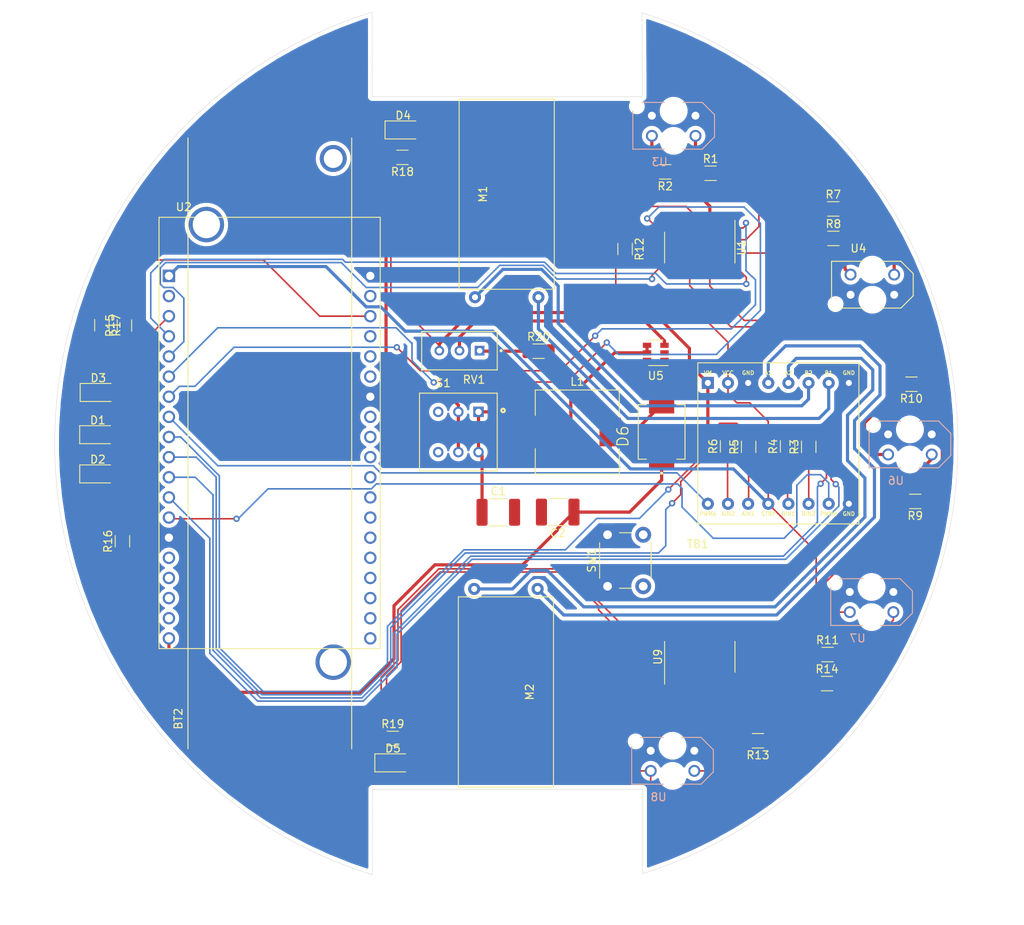
<source format=kicad_pcb>
(kicad_pcb (version 20171130) (host pcbnew 5.1.10-88a1d61d58~90~ubuntu20.04.1)
  (layers (0 F.Cu signal) (31 B.Cu signal) (34 B.Paste user) (35 F.Paste user) (36 B.SilkS user) (37 F.SilkS user) (38 B.Mask user) (39 F.Mask user) (44 Edge.Cuts user))
  (net 0 "")
  (net 1 GND)
  (net 2 "Net-(D1-Pad2)")
  (net 3 "Net-(D2-Pad2)")
  (net 4 "Net-(D3-Pad2)")
  (net 5 "Net-(D4-Pad2)")
  (net 6 "Net-(D5-Pad2)")
  (net 7 3V3)
  (net 8 "Net-(M1-Pad2)")
  (net 9 "Net-(M1-Pad1)")
  (net 10 "Net-(M2-Pad1)")
  (net 11 "Net-(M2-Pad2)")
  (net 12 "Net-(R3-Pad1)")
  (net 13 B2)
  (net 14 B1)
  (net 15 "Net-(R4-Pad1)")
  (net 16 "Net-(R5-Pad1)")
  (net 17 A1)
  (net 18 A2)
  (net 19 "Net-(R6-Pad1)")
  (net 20 END_LED)
  (net 21 D1)
  (net 22 D2)
  (net 23 D3)
  (net 24 D4)
  (net 25 D5)
  (net 26 PWMA)
  (net 27 PWMB)
  (net 28 "Net-(R1-Pad2)")
  (net 29 "Net-(R7-Pad2)")
  (net 30 "Net-(R9-Pad2)")
  (net 31 "Net-(R11-Pad2)")
  (net 32 "Net-(R13-Pad2)")
  (net 33 SW)
  (net 34 SWO)
  (net 35 +V)
  (net 36 "Net-(D6-PadA)")
  (net 37 "Net-(R20-Pad1)")
  (net 38 "Net-(RV1-Pad2)")
  (net 39 DEB)
  (net 40 An1)
  (net 41 An2)
  (net 42 An5)
  (net 43 An3)
  (net 44 An4)
  (module Resistor_SMD:R_1206_3216Metric (layer F.Cu) (at 178.9557 91.8083 90)
    (fp_text reference R6 (at 0 -1.82 90) (layer F.SilkS))
    (fp_text value R)
    (pad 1 smd roundrect (at -1.4625 0 90) (size 1.125 1.75) (layers F.Cu F.Paste F.Mask) (roundrect_rratio 0.222222) (net 19 "Net-(R6-Pad1)"))
    (pad 2 smd roundrect (at 1.4625 0 90) (size 1.125 1.75) (layers F.Cu F.Paste F.Mask) (roundrect_rratio 0.222222) (net 18 A2))
  )
  (module Resistor_SMD:R_1206_3216Metric (layer F.Cu) (at 182.7911 128.9431 180)
    (fp_text reference R13 (at 0 -1.82) (layer F.SilkS))
    (fp_text value R)
    (pad 2 smd roundrect (at 1.4625 0 180) (size 1.125 1.75) (layers F.Cu F.Paste F.Mask) (roundrect_rratio 0.222222) (net 32 "Net-(R13-Pad2)"))
    (pad 1 smd roundrect (at -1.4625 0 180) (size 1.125 1.75) (layers F.Cu F.Paste F.Mask) (roundrect_rratio 0.222222) (net 7 3V3))
  )
  (module Package_SO:SOIC-14_3.9x8.7mm_P1.27mm (layer F.Cu) (at 175.4505 118.364 90)
    (fp_text reference U9 (at 0 -5.28 90) (layer F.SilkS))
    (fp_text value LM324)
    (pad 14 smd roundrect (at 2.475 -3.81 90) (size 1.95 0.6) (layers F.Cu F.Paste F.Mask))
    (pad 13 smd roundrect (at 2.475 -2.54 90) (size 1.95 0.6) (layers F.Cu F.Paste F.Mask))
    (pad 12 smd roundrect (at 2.475 -1.27 90) (size 1.95 0.6) (layers F.Cu F.Paste F.Mask))
    (pad 11 smd roundrect (at 2.475 0 90) (size 1.95 0.6) (layers F.Cu F.Paste F.Mask) (net 1 GND))
    (pad 10 smd roundrect (at 2.475 1.27 90) (size 1.95 0.6) (layers F.Cu F.Paste F.Mask))
    (pad 9 smd roundrect (at 2.475 2.54 90) (size 1.95 0.6) (layers F.Cu F.Paste F.Mask))
    (pad 8 smd roundrect (at 2.475 3.81 90) (size 1.95 0.6) (layers F.Cu F.Paste F.Mask))
    (pad 7 smd roundrect (at -2.475 3.81 90) (size 1.95 0.6) (layers F.Cu F.Paste F.Mask))
    (pad 6 smd roundrect (at -2.475 2.54 90) (size 1.95 0.6) (layers F.Cu F.Paste F.Mask))
    (pad 5 smd roundrect (at -2.475 1.27 90) (size 1.95 0.6) (layers F.Cu F.Paste F.Mask))
    (pad 4 smd roundrect (at -2.475 0 90) (size 1.95 0.6) (layers F.Cu F.Paste F.Mask) (net 7 3V3))
    (pad 3 smd roundrect (at -2.475 -1.27 90) (size 1.95 0.6) (layers F.Cu F.Paste F.Mask) (net 42 An5))
    (pad 2 smd roundrect (at -2.475 -2.54 90) (size 1.95 0.6) (layers F.Cu F.Paste F.Mask) (net 25 D5))
    (pad 1 smd roundrect (at -2.475 -3.81 90) (size 1.95 0.6) (layers F.Cu F.Paste F.Mask) (net 25 D5))
  )
  (module Package_SO:SOIC-14_3.9x8.7mm_P1.27mm (layer F.Cu) (at 175.4505 66.7385 270)
    (fp_text reference U1 (at 0 -5.28 90) (layer F.SilkS))
    (fp_text value LM324)
    (pad 14 smd roundrect (at 2.475 -3.81 270) (size 1.95 0.6) (layers F.Cu F.Paste F.Mask) (net 24 D4))
    (pad 13 smd roundrect (at 2.475 -2.54 270) (size 1.95 0.6) (layers F.Cu F.Paste F.Mask) (net 24 D4))
    (pad 12 smd roundrect (at 2.475 -1.27 270) (size 1.95 0.6) (layers F.Cu F.Paste F.Mask) (net 44 An4))
    (pad 11 smd roundrect (at 2.475 0 270) (size 1.95 0.6) (layers F.Cu F.Paste F.Mask) (net 1 GND))
    (pad 10 smd roundrect (at 2.475 1.27 270) (size 1.95 0.6) (layers F.Cu F.Paste F.Mask) (net 43 An3))
    (pad 9 smd roundrect (at 2.475 2.54 270) (size 1.95 0.6) (layers F.Cu F.Paste F.Mask) (net 23 D3))
    (pad 8 smd roundrect (at 2.475 3.81 270) (size 1.95 0.6) (layers F.Cu F.Paste F.Mask) (net 23 D3))
    (pad 7 smd roundrect (at -2.475 3.81 270) (size 1.95 0.6) (layers F.Cu F.Paste F.Mask) (net 22 D2))
    (pad 6 smd roundrect (at -2.475 2.54 270) (size 1.95 0.6) (layers F.Cu F.Paste F.Mask) (net 22 D2))
    (pad 5 smd roundrect (at -2.475 1.27 270) (size 1.95 0.6) (layers F.Cu F.Paste F.Mask) (net 41 An2))
    (pad 4 smd roundrect (at -2.475 0 270) (size 1.95 0.6) (layers F.Cu F.Paste F.Mask) (net 7 3V3))
    (pad 3 smd roundrect (at -2.475 -1.27 270) (size 1.95 0.6) (layers F.Cu F.Paste F.Mask) (net 40 An1))
    (pad 2 smd roundrect (at -2.475 -2.54 270) (size 1.95 0.6) (layers F.Cu F.Paste F.Mask) (net 21 D1))
    (pad 1 smd roundrect (at -2.475 -3.81 270) (size 1.95 0.6) (layers F.Cu F.Paste F.Mask) (net 21 D1))
  )
  (module 1042:N20_Motor (layer F.Cu) (at 150.99792 122.79122 90)
    (fp_text reference M2 (at 0 3 90) (layer F.SilkS))
    (fp_text value Motor_DC)
    (pad 2 thru_hole circle (at 13 4 90) (size 1.524 1.524) (drill 0.762) (layers *.Cu *.Mask) (net 11 "Net-(M2-Pad2)"))
    (pad 1 thru_hole circle (at 13 -4 90) (size 1.524 1.524) (drill 0.762) (layers *.Cu *.Mask) (net 10 "Net-(M2-Pad1)"))
  )
  (module TCRT5000:OPTO_TCRT5000 (layer B.Cu) (at 172.01134 131.47294)
    (fp_text reference U8 (at -1.76355 4.57476) (layer B.SilkS) (effects (font (size 1.004126 1.004126)) (justify mirror)))
    (fp_text value TCRT5000)
    (pad None np_thru_hole circle (at 0 1.9) (size 2.5 2.5) (drill 2.5) (layers *.Cu *.Mask))
    (pad None np_thru_hole circle (at 0 -1.9) (size 2.5 2.5) (drill 2.5) (layers *.Cu *.Mask))
    (pad None np_thru_hole circle (at -4.65 -2.45) (size 1 1) (drill 1) (layers *.Cu *.Mask))
    (pad CATH thru_hole circle (at 2.75 -1.27) (size 1.5 1.5) (drill 1) (layers *.Cu *.Mask) (net 1 GND))
    (pad A thru_hole circle (at 2.75 1.27) (size 1.5 1.5) (drill 1) (layers *.Cu *.Mask) (net 32 "Net-(R13-Pad2)"))
    (pad E thru_hole circle (at -2.75 -1.27) (size 1.5 1.5) (drill 1) (layers *.Cu *.Mask) (net 1 GND))
    (pad COLL thru_hole circle (at -2.75 1.27) (size 1.5 1.5) (drill 1) (layers *.Cu *.Mask) (net 42 An5))
  )
  (module esp32_DEVKITC-32D:MODULE_ESP32-DEVKITC-32D (layer F.Cu) (at 121.19356 90.0684)
    (fp_text reference U2 (at -10.829175 -28.446045) (layer F.SilkS) (effects (font (size 1.000386 1.000386))))
    (fp_text value ESP32-DEVKITC-32D)
    (pad 38 thru_hole circle (at 12.7 25.96) (size 1.56 1.56) (drill 1.04) (layers *.Cu *.Mask))
    (pad 37 thru_hole circle (at 12.7 23.42) (size 1.56 1.56) (drill 1.04) (layers *.Cu *.Mask))
    (pad 36 thru_hole circle (at 12.7 20.88) (size 1.56 1.56) (drill 1.04) (layers *.Cu *.Mask))
    (pad 35 thru_hole circle (at 12.7 18.34) (size 1.56 1.56) (drill 1.04) (layers *.Cu *.Mask))
    (pad 34 thru_hole circle (at 12.7 15.8) (size 1.56 1.56) (drill 1.04) (layers *.Cu *.Mask))
    (pad 33 thru_hole circle (at 12.7 13.26) (size 1.56 1.56) (drill 1.04) (layers *.Cu *.Mask))
    (pad 32 thru_hole circle (at 12.7 10.72) (size 1.56 1.56) (drill 1.04) (layers *.Cu *.Mask))
    (pad 31 thru_hole circle (at 12.7 8.18) (size 1.56 1.56) (drill 1.04) (layers *.Cu *.Mask))
    (pad 30 thru_hole circle (at 12.7 5.64) (size 1.56 1.56) (drill 1.04) (layers *.Cu *.Mask))
    (pad 29 thru_hole circle (at 12.7 3.1) (size 1.56 1.56) (drill 1.04) (layers *.Cu *.Mask))
    (pad 28 thru_hole circle (at 12.7 0.56) (size 1.56 1.56) (drill 1.04) (layers *.Cu *.Mask))
    (pad 27 thru_hole circle (at 12.7 -1.98) (size 1.56 1.56) (drill 1.04) (layers *.Cu *.Mask))
    (pad 26 thru_hole circle (at 12.7 -4.52) (size 1.56 1.56) (drill 1.04) (layers *.Cu *.Mask) (net 1 GND))
    (pad 25 thru_hole circle (at 12.7 -7.06) (size 1.56 1.56) (drill 1.04) (layers *.Cu *.Mask))
    (pad 24 thru_hole circle (at 12.7 -9.6) (size 1.56 1.56) (drill 1.04) (layers *.Cu *.Mask))
    (pad 23 thru_hole circle (at 12.7 -12.14) (size 1.56 1.56) (drill 1.04) (layers *.Cu *.Mask))
    (pad 22 thru_hole circle (at 12.7 -14.68) (size 1.56 1.56) (drill 1.04) (layers *.Cu *.Mask) (net 20 END_LED))
    (pad 21 thru_hole circle (at 12.7 -17.22) (size 1.56 1.56) (drill 1.04) (layers *.Cu *.Mask))
    (pad 20 thru_hole circle (at 12.7 -19.76) (size 1.56 1.56) (drill 1.04) (layers *.Cu *.Mask) (net 1 GND))
    (pad 18 thru_hole circle (at -12.7 23.42) (size 1.56 1.56) (drill 1.04) (layers *.Cu *.Mask))
    (pad 17 thru_hole circle (at -12.7 20.88) (size 1.56 1.56) (drill 1.04) (layers *.Cu *.Mask))
    (pad 16 thru_hole circle (at -12.7 18.34) (size 1.56 1.56) (drill 1.04) (layers *.Cu *.Mask))
    (pad 15 thru_hole circle (at -12.7 15.8) (size 1.56 1.56) (drill 1.04) (layers *.Cu *.Mask) (net 39 DEB))
    (pad 14 thru_hole circle (at -12.7 13.26) (size 1.56 1.56) (drill 1.04) (layers *.Cu *.Mask) (net 1 GND))
    (pad 13 thru_hole circle (at -12.7 10.72) (size 1.56 1.56) (drill 1.04) (layers *.Cu *.Mask) (net 27 PWMB))
    (pad 12 thru_hole circle (at -12.7 8.18) (size 1.56 1.56) (drill 1.04) (layers *.Cu *.Mask) (net 13 B2))
    (pad 11 thru_hole circle (at -12.7 5.64) (size 1.56 1.56) (drill 1.04) (layers *.Cu *.Mask) (net 14 B1))
    (pad 10 thru_hole circle (at -12.7 3.1) (size 1.56 1.56) (drill 1.04) (layers *.Cu *.Mask) (net 18 A2))
    (pad 9 thru_hole circle (at -12.7 0.56) (size 1.56 1.56) (drill 1.04) (layers *.Cu *.Mask) (net 17 A1))
    (pad 8 thru_hole circle (at -12.7 -1.98) (size 1.56 1.56) (drill 1.04) (layers *.Cu *.Mask) (net 26 PWMA))
    (pad 7 thru_hole circle (at -12.7 -4.52) (size 1.56 1.56) (drill 1.04) (layers *.Cu *.Mask) (net 21 D1))
    (pad 6 thru_hole circle (at -12.7 -7.06) (size 1.56 1.56) (drill 1.04) (layers *.Cu *.Mask) (net 22 D2))
    (pad 5 thru_hole circle (at -12.7 -9.6) (size 1.56 1.56) (drill 1.04) (layers *.Cu *.Mask) (net 23 D3))
    (pad 4 thru_hole circle (at -12.7 -12.14) (size 1.56 1.56) (drill 1.04) (layers *.Cu *.Mask) (net 24 D4))
    (pad 3 thru_hole circle (at -12.7 -14.68) (size 1.56 1.56) (drill 1.04) (layers *.Cu *.Mask) (net 25 D5))
    (pad 19 thru_hole circle (at -12.7 25.96) (size 1.56 1.56) (drill 1.04) (layers *.Cu *.Mask) (net 35 +V))
    (pad 2 thru_hole circle (at -12.7 -17.22) (size 1.56 1.56) (drill 1.04) (layers *.Cu *.Mask))
    (pad 1 thru_hole rect (at -12.7 -19.76) (size 1.56 1.56) (drill 1.04) (layers *.Cu *.Mask) (net 7 3V3))
  )
  (module 1042:TB6612FNG (layer F.Cu) (at 185.3599 91.43078)
    (fp_text reference TB1 (at -10.16 12.7) (layer F.SilkS))
    (fp_text value TB6612FNG)
    (fp_text user VM (at -8.89 -8.89) (layer F.SilkS) (effects (font (size 0.5 0.5) (thickness 0.1))))
    (fp_text user VCC (at -6.35 -8.89) (layer F.SilkS) (effects (font (size 0.5 0.5) (thickness 0.1))))
    (fp_text user GND (at -3.81 -8.89) (layer F.SilkS) (effects (font (size 0.5 0.5) (thickness 0.1))))
    (fp_text user A1 (at -1.27 -8.89) (layer F.SilkS) (effects (font (size 0.5 0.5) (thickness 0.1))))
    (fp_text user A2 (at 1.27 -8.89) (layer F.SilkS) (effects (font (size 0.5 0.5) (thickness 0.1))))
    (fp_text user B2 (at 3.81 -8.89) (layer F.SilkS) (effects (font (size 0.5 0.5) (thickness 0.1))))
    (fp_text user B1 (at 6.35 -8.89) (layer F.SilkS) (effects (font (size 0.5 0.5) (thickness 0.1))))
    (fp_text user GND (at 8.89 -8.89) (layer F.SilkS) (effects (font (size 0.5 0.5) (thickness 0.1))))
    (fp_text user PWMA (at -8.89 8.89) (layer F.SilkS) (effects (font (size 0.5 0.5) (thickness 0.1))))
    (fp_text user AIN2 (at -6.35 8.89) (layer F.SilkS) (effects (font (size 0.5 0.5) (thickness 0.1))))
    (fp_text user AIN1 (at -3.81 8.89) (layer F.SilkS) (effects (font (size 0.5 0.5) (thickness 0.1))))
    (fp_text user STBY (at -1.27 8.89) (layer F.SilkS) (effects (font (size 0.5 0.5) (thickness 0.1))))
    (fp_text user BIN1 (at 1.27 8.89) (layer F.SilkS) (effects (font (size 0.5 0.5) (thickness 0.1))))
    (fp_text user BIN2 (at 3.81 8.89) (layer F.SilkS) (effects (font (size 0.5 0.5) (thickness 0.1))))
    (fp_text user PWMB (at 6.35 8.89) (layer F.SilkS) (effects (font (size 0.5 0.5) (thickness 0.1))))
    (fp_text user GND (at 8.89 8.89) (layer F.SilkS) (effects (font (size 0.5 0.5) (thickness 0.1))))
    (pad 1 thru_hole rect (at -8.89 -7.62) (size 1.524 1.524) (drill 0.762) (layers *.Cu *.Mask) (net 35 +V))
    (pad 2 thru_hole circle (at -6.35 -7.62) (size 1.524 1.524) (drill 0.762) (layers *.Cu *.Mask) (net 7 3V3))
    (pad 3 thru_hole circle (at -3.81 -7.62) (size 1.524 1.524) (drill 0.762) (layers *.Cu *.Mask) (net 1 GND))
    (pad 4 thru_hole circle (at -1.27 -7.62) (size 1.524 1.524) (drill 0.762) (layers *.Cu *.Mask) (net 11 "Net-(M2-Pad2)"))
    (pad 5 thru_hole circle (at 1.27 -7.62) (size 1.524 1.524) (drill 0.762) (layers *.Cu *.Mask) (net 10 "Net-(M2-Pad1)"))
    (pad 6 thru_hole circle (at 3.81 -7.62) (size 1.524 1.524) (drill 0.762) (layers *.Cu *.Mask) (net 8 "Net-(M1-Pad2)"))
    (pad 7 thru_hole circle (at 6.35 -7.62) (size 1.524 1.524) (drill 0.762) (layers *.Cu *.Mask) (net 9 "Net-(M1-Pad1)"))
    (pad 8 thru_hole circle (at 8.89 -7.62) (size 1.524 1.524) (drill 0.762) (layers *.Cu *.Mask) (net 1 GND))
    (pad 9 thru_hole circle (at 8.89 7.62) (size 1.524 1.524) (drill 0.762) (layers *.Cu *.Mask) (net 1 GND))
    (pad 10 thru_hole circle (at 6.35 7.62) (size 1.524 1.524) (drill 0.762) (layers *.Cu *.Mask) (net 27 PWMB))
    (pad 11 thru_hole circle (at 3.81 7.62) (size 1.524 1.524) (drill 0.762) (layers *.Cu *.Mask) (net 12 "Net-(R3-Pad1)"))
    (pad 12 thru_hole circle (at 1.27 7.62) (size 1.524 1.524) (drill 0.762) (layers *.Cu *.Mask) (net 15 "Net-(R4-Pad1)"))
    (pad 13 thru_hole circle (at -1.27 7.62) (size 1.524 1.524) (drill 0.762) (layers *.Cu *.Mask) (net 7 3V3))
    (pad 14 thru_hole circle (at -3.81 7.62) (size 1.524 1.524) (drill 0.762) (layers *.Cu *.Mask) (net 16 "Net-(R5-Pad1)"))
    (pad 15 thru_hole circle (at -6.35 7.62) (size 1.524 1.524) (drill 0.762) (layers *.Cu *.Mask) (net 19 "Net-(R6-Pad1)"))
    (pad 16 thru_hole circle (at -8.89 7.62) (size 1.524 1.524) (drill 0.762) (layers *.Cu *.Mask) (net 26 PWMA))
  )
  (module 1042:N20_Motor (layer F.Cu) (at 151.09698 59.99734 270)
    (fp_text reference M1 (at 0 3 90) (layer F.SilkS))
    (fp_text value Motor_DC)
    (pad 1 thru_hole circle (at 13 -4 270) (size 1.524 1.524) (drill 0.762) (layers *.Cu *.Mask) (net 9 "Net-(M1-Pad1)"))
    (pad 2 thru_hole circle (at 13 4 270) (size 1.524 1.524) (drill 0.762) (layers *.Cu *.Mask) (net 8 "Net-(M1-Pad2)"))
  )
  (module 1042:BAT_1042 (layer F.Cu) (at 121.2191 91.43078 90)
    (fp_text reference BT2 (at -34.73635 -11.53881 90) (layer F.SilkS) (effects (font (size 1.000331 1.000331))))
    (fp_text value 1042)
    (pad P$3 thru_hole circle (at 35.93 8 90) (size 3.406 3.406) (drill 2.39) (layers *.Cu *.Mask))
    (pad P$2 thru_hole circle (at 27.6 -8 90) (size 4.466 4.466) (drill 3.45) (layers *.Cu *.Mask))
    (pad P$1 thru_hole circle (at -27.6 8 90) (size 4.466 4.466) (drill 3.45) (layers *.Cu *.Mask))
    (pad + smd rect (at 39.33 0 90) (size 7.35 6.35) (layers F.Cu F.Paste F.Mask) (net 33 SW))
    (pad - smd rect (at -39.33 0 90) (size 7.35 6.35) (layers F.Cu F.Paste F.Mask) (net 1 GND))
  )
  (module MPB04-2C33-S-D:SW_MPB04-2C33-S-D (layer F.Cu) (at 145 90)
    (fp_text reference S1 (at -1.905 -6.17) (layer F.SilkS))
    (fp_text value MPB04-2C33-S-D)
    (pad 1 thru_hole rect (at 2.54 -2.54) (size 1.308 1.308) (drill 0.8) (layers *.Cu *.Mask) (net 34 SWO))
    (pad 2 thru_hole circle (at 0 -2.54) (size 1.308 1.308) (drill 0.8) (layers *.Cu *.Mask) (net 33 SW))
    (pad 3 thru_hole circle (at -2.54 -2.54) (size 1.308 1.308) (drill 0.8) (layers *.Cu *.Mask))
    (pad 4 thru_hole circle (at 2.54 2.54) (size 1.308 1.308) (drill 0.8) (layers *.Cu *.Mask) (net 34 SWO))
    (pad 5 thru_hole circle (at 0 2.54) (size 1.308 1.308) (drill 0.8) (layers *.Cu *.Mask) (net 33 SW))
    (pad 6 thru_hole circle (at -2.54 2.54) (size 1.308 1.308) (drill 0.8) (layers *.Cu *.Mask))
  )
  (module TCRT5000:OPTO_TCRT5000 (layer F.Cu) (at 197.2217 71.41558)
    (fp_text reference U4 (at -1.76355 -4.57476) (layer F.SilkS) (effects (font (size 1.004126 1.004126))))
    (fp_text value TCRT5000)
    (pad None np_thru_hole circle (at 0 -1.9) (size 2.5 2.5) (drill 2.5) (layers *.Cu *.Mask))
    (pad None np_thru_hole circle (at 0 1.9) (size 2.5 2.5) (drill 2.5) (layers *.Cu *.Mask))
    (pad None np_thru_hole circle (at -4.65 2.45) (size 1 1) (drill 1) (layers *.Cu *.Mask))
    (pad CATH thru_hole circle (at 2.75 1.27) (size 1.5 1.5) (drill 1) (layers *.Cu *.Mask) (net 1 GND))
    (pad A thru_hole circle (at 2.75 -1.27) (size 1.5 1.5) (drill 1) (layers *.Cu *.Mask) (net 29 "Net-(R7-Pad2)"))
    (pad E thru_hole circle (at -2.75 1.27) (size 1.5 1.5) (drill 1) (layers *.Cu *.Mask) (net 1 GND))
    (pad COLL thru_hole circle (at -2.75 -1.27) (size 1.5 1.5) (drill 1) (layers *.Cu *.Mask) (net 41 An2))
  )
  (module TCRT5000:OPTO_TCRT5000 (layer B.Cu) (at 172.15866 51.37404)
    (fp_text reference U3 (at -1.76355 4.57476) (layer B.SilkS) (effects (font (size 1.004126 1.004126)) (justify mirror)))
    (fp_text value TCRT5000)
    (pad COLL thru_hole circle (at -2.75 1.27) (size 1.5 1.5) (drill 1) (layers *.Cu *.Mask) (net 40 An1))
    (pad E thru_hole circle (at -2.75 -1.27) (size 1.5 1.5) (drill 1) (layers *.Cu *.Mask) (net 1 GND))
    (pad A thru_hole circle (at 2.75 1.27) (size 1.5 1.5) (drill 1) (layers *.Cu *.Mask) (net 28 "Net-(R1-Pad2)"))
    (pad CATH thru_hole circle (at 2.75 -1.27) (size 1.5 1.5) (drill 1) (layers *.Cu *.Mask) (net 1 GND))
    (pad None np_thru_hole circle (at -4.65 -2.45) (size 1 1) (drill 1) (layers *.Cu *.Mask))
    (pad None np_thru_hole circle (at 0 -1.9) (size 2.5 2.5) (drill 2.5) (layers *.Cu *.Mask))
    (pad None np_thru_hole circle (at 0 1.9) (size 2.5 2.5) (drill 2.5) (layers *.Cu *.Mask))
  )
  (module TCRT5000:OPTO_TCRT5000 (layer B.Cu) (at 201.95794 91.56446)
    (fp_text reference U6 (at -1.76355 4.57476) (layer B.SilkS) (effects (font (size 1.004126 1.004126)) (justify mirror)))
    (fp_text value TCRT5000)
    (pad COLL thru_hole circle (at -2.75 1.27) (size 1.5 1.5) (drill 1) (layers *.Cu *.Mask) (net 43 An3))
    (pad E thru_hole circle (at -2.75 -1.27) (size 1.5 1.5) (drill 1) (layers *.Cu *.Mask) (net 1 GND))
    (pad A thru_hole circle (at 2.75 1.27) (size 1.5 1.5) (drill 1) (layers *.Cu *.Mask) (net 30 "Net-(R9-Pad2)"))
    (pad CATH thru_hole circle (at 2.75 -1.27) (size 1.5 1.5) (drill 1) (layers *.Cu *.Mask) (net 1 GND))
    (pad None np_thru_hole circle (at -4.65 -2.45) (size 1 1) (drill 1) (layers *.Cu *.Mask))
    (pad None np_thru_hole circle (at 0 -1.9) (size 2.5 2.5) (drill 2.5) (layers *.Cu *.Mask))
    (pad None np_thru_hole circle (at 0 1.9) (size 2.5 2.5) (drill 2.5) (layers *.Cu *.Mask))
  )
  (module TCRT5000:OPTO_TCRT5000 (layer B.Cu) (at 197.1201 111.44598)
    (fp_text reference U7 (at -1.76355 4.57476) (layer B.SilkS) (effects (font (size 1.004126 1.004126)) (justify mirror)))
    (fp_text value TCRT5000)
    (pad COLL thru_hole circle (at -2.75 1.27) (size 1.5 1.5) (drill 1) (layers *.Cu *.Mask) (net 44 An4))
    (pad E thru_hole circle (at -2.75 -1.27) (size 1.5 1.5) (drill 1) (layers *.Cu *.Mask) (net 1 GND))
    (pad A thru_hole circle (at 2.75 1.27) (size 1.5 1.5) (drill 1) (layers *.Cu *.Mask) (net 31 "Net-(R11-Pad2)"))
    (pad CATH thru_hole circle (at 2.75 -1.27) (size 1.5 1.5) (drill 1) (layers *.Cu *.Mask) (net 1 GND))
    (pad None np_thru_hole circle (at -4.65 -2.45) (size 1 1) (drill 1) (layers *.Cu *.Mask))
    (pad None np_thru_hole circle (at 0 -1.9) (size 2.5 2.5) (drill 2.5) (layers *.Cu *.Mask))
    (pad None np_thru_hole circle (at 0 1.9) (size 2.5 2.5) (drill 2.5) (layers *.Cu *.Mask))
  )
  (module Capacitor_SMD:C_1812_4532Metric (layer F.Cu) (at 150.0378 100.1268)
    (fp_text reference C1 (at 0 -2.65) (layer F.SilkS))
    (fp_text value 22uF)
    (pad 1 smd roundrect (at -2.05 0) (size 1.4 3.4) (layers F.Cu F.Paste F.Mask) (roundrect_rratio 0.178571) (net 34 SWO))
    (pad 2 smd roundrect (at 2.05 0) (size 1.4 3.4) (layers F.Cu F.Paste F.Mask) (roundrect_rratio 0.178571) (net 1 GND))
  )
  (module Capacitor_SMD:C_1812_4532Metric (layer F.Cu) (at 157.5308 100.1014 180)
    (fp_text reference C2 (at 0 -2.65) (layer F.SilkS))
    (fp_text value 22uF)
    (pad 2 smd roundrect (at 2.05 0 180) (size 1.4 3.4) (layers F.Cu F.Paste F.Mask) (roundrect_rratio 0.178571) (net 1 GND))
    (pad 1 smd roundrect (at -2.05 0 180) (size 1.4 3.4) (layers F.Cu F.Paste F.Mask) (roundrect_rratio 0.178571) (net 35 +V))
  )
  (module Inductor_SMD:L_10.4x10.4_H4.8 (layer F.Cu) (at 160 90)
    (fp_text reference L1 (at 0 -6.35) (layer F.SilkS))
    (fp_text value 22uH)
    (pad 2 smd rect (at 4.15 0) (size 2.7 3.6) (layers F.Cu F.Paste F.Mask) (net 36 "Net-(D6-PadA)"))
    (pad 1 smd rect (at -4.15 0) (size 2.7 3.6) (layers F.Cu F.Paste F.Mask) (net 34 SWO))
  )
  (module Resistor_SMD:R_1206_3216Metric (layer F.Cu) (at 155.1178 79.8068)
    (fp_text reference R20 (at 0 -1.82) (layer F.SilkS))
    (fp_text value 2.2K)
    (pad 2 smd roundrect (at 1.4625 0) (size 1.125 1.75) (layers F.Cu F.Paste F.Mask) (roundrect_rratio 0.222222) (net 1 GND))
    (pad 1 smd roundrect (at -1.4625 0) (size 1.125 1.75) (layers F.Cu F.Paste F.Mask) (roundrect_rratio 0.222222) (net 37 "Net-(R20-Pad1)"))
  )
  (module 3296W-1-202LF:TRIM_3296W-1-202LF (layer F.Cu) (at 145.13926 79.74328 180)
    (fp_text reference RV1 (at -1.83284 -3.65058) (layer F.SilkS) (effects (font (size 1.004283 1.004283))))
    (fp_text value R_POT)
    (pad 3 thru_hole circle (at 2.54 0 180) (size 1.218 1.218) (drill 0.71) (layers *.Cu *.Mask) (net 35 +V))
    (pad 2 thru_hole circle (at 0 0 180) (size 1.218 1.218) (drill 0.71) (layers *.Cu *.Mask) (net 38 "Net-(RV1-Pad2)"))
    (pad 1 thru_hole rect (at -2.54 0 180) (size 1.218 1.218) (drill 0.71) (layers *.Cu *.Mask) (net 37 "Net-(R20-Pad1)"))
  )
  (module Package_TO_SOT_SMD:SOT-23-6 (layer F.Cu) (at 169.9006 80.01 180)
    (fp_text reference U5 (at 0 -2.9) (layer F.SilkS))
    (fp_text value MT3608)
    (pad 5 smd rect (at 1.1 0 180) (size 1.06 0.65) (layers F.Cu F.Paste F.Mask) (net 34 SWO))
    (pad 6 smd rect (at 1.1 -0.95 180) (size 1.06 0.65) (layers F.Cu F.Paste F.Mask))
    (pad 4 smd rect (at 1.1 0.95 180) (size 1.06 0.65) (layers F.Cu F.Paste F.Mask) (net 34 SWO))
    (pad 3 smd rect (at -1.1 0.95 180) (size 1.06 0.65) (layers F.Cu F.Paste F.Mask) (net 38 "Net-(RV1-Pad2)"))
    (pad 2 smd rect (at -1.1 0 180) (size 1.06 0.65) (layers F.Cu F.Paste F.Mask) (net 1 GND))
    (pad 1 smd rect (at -1.1 -0.95 180) (size 1.06 0.65) (layers F.Cu F.Paste F.Mask) (net 36 "Net-(D6-PadA)"))
  )
  (module LED_SMD:LED_1206_3216Metric (layer F.Cu) (at 99.5221 90.33778)
    (fp_text reference D1 (at 0 -1.82) (layer F.SilkS))
    (fp_text value LED)
    (pad 1 smd roundrect (at -1.4 0) (size 1.25 1.75) (layers F.Cu F.Paste F.Mask) (roundrect_rratio 0.2) (net 1 GND))
    (pad 2 smd roundrect (at 1.4 0) (size 1.25 1.75) (layers F.Cu F.Paste F.Mask) (roundrect_rratio 0.2) (net 2 "Net-(D1-Pad2)"))
  )
  (module LED_SMD:LED_1206_3216Metric (layer F.Cu) (at 99.52736 95.28302)
    (fp_text reference D2 (at 0 -1.82) (layer F.SilkS))
    (fp_text value LED)
    (pad 2 smd roundrect (at 1.4 0) (size 1.25 1.75) (layers F.Cu F.Paste F.Mask) (roundrect_rratio 0.2) (net 3 "Net-(D2-Pad2)"))
    (pad 1 smd roundrect (at -1.4 0) (size 1.25 1.75) (layers F.Cu F.Paste F.Mask) (roundrect_rratio 0.2) (net 1 GND))
  )
  (module LED_SMD:LED_1206_3216Metric (layer F.Cu) (at 99.58578 85.00872)
    (fp_text reference D3 (at 0 -1.82) (layer F.SilkS))
    (fp_text value LED)
    (pad 1 smd roundrect (at -1.4 0) (size 1.25 1.75) (layers F.Cu F.Paste F.Mask) (roundrect_rratio 0.2) (net 1 GND))
    (pad 2 smd roundrect (at 1.4 0) (size 1.25 1.75) (layers F.Cu F.Paste F.Mask) (roundrect_rratio 0.2) (net 4 "Net-(D3-Pad2)"))
  )
  (module LED_SMD:LED_1206_3216Metric (layer F.Cu) (at 138.03884 51.89728)
    (fp_text reference D4 (at 0 -1.82) (layer F.SilkS))
    (fp_text value LED)
    (pad 2 smd roundrect (at 1.4 0) (size 1.25 1.75) (layers F.Cu F.Paste F.Mask) (roundrect_rratio 0.2) (net 5 "Net-(D4-Pad2)"))
    (pad 1 smd roundrect (at -1.4 0) (size 1.25 1.75) (layers F.Cu F.Paste F.Mask) (roundrect_rratio 0.2) (net 1 GND))
  )
  (module LED_SMD:LED_1206_3216Metric (layer F.Cu) (at 136.74852 131.72948)
    (fp_text reference D5 (at 0 -1.82) (layer F.SilkS))
    (fp_text value LED)
    (pad 1 smd roundrect (at -1.4 0) (size 1.25 1.75) (layers F.Cu F.Paste F.Mask) (roundrect_rratio 0.2) (net 1 GND))
    (pad 2 smd roundrect (at 1.4 0) (size 1.25 1.75) (layers F.Cu F.Paste F.Mask) (roundrect_rratio 0.2) (net 6 "Net-(D5-Pad2)"))
  )
  (module SS34:DIOM7959X265N (layer F.Cu) (at 170.6372 89.9922 90)
    (fp_text reference D6 (at -0.555 -4.889 90) (layer F.SilkS) (effects (font (size 1.4 1.4))))
    (fp_text value SS34)
    (pad C smd rect (at -3.455 0 90) (size 2.25 3.18) (layers F.Cu F.Paste F.Mask) (net 35 +V))
    (pad A smd rect (at 3.455 0 90) (size 2.25 3.18) (layers F.Cu F.Paste F.Mask) (net 36 "Net-(D6-PadA)"))
  )
  (module Resistor_SMD:R_1206_3216Metric (layer F.Cu) (at 176.8094 57.3659)
    (fp_text reference R1 (at 0 -1.82) (layer F.SilkS))
    (fp_text value R)
    (pad 2 smd roundrect (at 1.4625 0) (size 1.125 1.75) (layers F.Cu F.Paste F.Mask) (roundrect_rratio 0.222222) (net 28 "Net-(R1-Pad2)"))
    (pad 1 smd roundrect (at -1.4625 0) (size 1.125 1.75) (layers F.Cu F.Paste F.Mask) (roundrect_rratio 0.222222) (net 7 3V3))
  )
  (module Resistor_SMD:R_1206_3216Metric (layer F.Cu) (at 171.0944 57.1881 180)
    (fp_text reference R2 (at 0 -1.82) (layer F.SilkS))
    (fp_text value R)
    (pad 1 smd roundrect (at -1.4625 0 180) (size 1.125 1.75) (layers F.Cu F.Paste F.Mask) (roundrect_rratio 0.222222) (net 7 3V3))
    (pad 2 smd roundrect (at 1.4625 0 180) (size 1.125 1.75) (layers F.Cu F.Paste F.Mask) (roundrect_rratio 0.222222) (net 40 An1))
  )
  (module Resistor_SMD:R_1206_3216Metric (layer F.Cu) (at 189.1919 91.8718 90)
    (fp_text reference R3 (at 0 -1.82 90) (layer F.SilkS))
    (fp_text value R)
    (pad 2 smd roundrect (at 1.4625 0 90) (size 1.125 1.75) (layers F.Cu F.Paste F.Mask) (roundrect_rratio 0.222222) (net 13 B2))
    (pad 1 smd roundrect (at -1.4625 0 90) (size 1.125 1.75) (layers F.Cu F.Paste F.Mask) (roundrect_rratio 0.222222) (net 12 "Net-(R3-Pad1)"))
  )
  (module Resistor_SMD:R_1206_3216Metric (layer F.Cu) (at 186.5249 91.821 90)
    (fp_text reference R4 (at 0 -1.82 90) (layer F.SilkS))
    (fp_text value R)
    (pad 1 smd roundrect (at -1.4625 0 90) (size 1.125 1.75) (layers F.Cu F.Paste F.Mask) (roundrect_rratio 0.222222) (net 15 "Net-(R4-Pad1)"))
    (pad 2 smd roundrect (at 1.4625 0 90) (size 1.125 1.75) (layers F.Cu F.Paste F.Mask) (roundrect_rratio 0.222222) (net 14 B1))
  )
  (module Resistor_SMD:R_1206_3216Metric (layer F.Cu) (at 181.61 91.8718 90)
    (fp_text reference R5 (at 0 -1.82 90) (layer F.SilkS))
    (fp_text value R)
    (pad 2 smd roundrect (at 1.4625 0 90) (size 1.125 1.75) (layers F.Cu F.Paste F.Mask) (roundrect_rratio 0.222222) (net 17 A1))
    (pad 1 smd roundrect (at -1.4625 0 90) (size 1.125 1.75) (layers F.Cu F.Paste F.Mask) (roundrect_rratio 0.222222) (net 16 "Net-(R5-Pad1)"))
  )
  (module Resistor_SMD:R_1206_3216Metric (layer F.Cu) (at 192.2907 61.8617)
    (fp_text reference R7 (at 0 -1.82) (layer F.SilkS))
    (fp_text value R)
    (pad 2 smd roundrect (at 1.4625 0) (size 1.125 1.75) (layers F.Cu F.Paste F.Mask) (roundrect_rratio 0.222222) (net 29 "Net-(R7-Pad2)"))
    (pad 1 smd roundrect (at -1.4625 0) (size 1.125 1.75) (layers F.Cu F.Paste F.Mask) (roundrect_rratio 0.222222) (net 7 3V3))
  )
  (module Resistor_SMD:R_1206_3216Metric (layer F.Cu) (at 192.3034 65.5828)
    (fp_text reference R8 (at 0 -1.82) (layer F.SilkS))
    (fp_text value R)
    (pad 1 smd roundrect (at -1.4625 0) (size 1.125 1.75) (layers F.Cu F.Paste F.Mask) (roundrect_rratio 0.222222) (net 7 3V3))
    (pad 2 smd roundrect (at 1.4625 0) (size 1.125 1.75) (layers F.Cu F.Paste F.Mask) (roundrect_rratio 0.222222) (net 41 An2))
  )
  (module Resistor_SMD:R_1206_3216Metric (layer F.Cu) (at 202.6285 98.7552 180)
    (fp_text reference R9 (at 0 -1.82) (layer F.SilkS))
    (fp_text value R)
    (pad 1 smd roundrect (at -1.4625 0 180) (size 1.125 1.75) (layers F.Cu F.Paste F.Mask) (roundrect_rratio 0.222222) (net 7 3V3))
    (pad 2 smd roundrect (at 1.4625 0 180) (size 1.125 1.75) (layers F.Cu F.Paste F.Mask) (roundrect_rratio 0.222222) (net 30 "Net-(R9-Pad2)"))
  )
  (module Resistor_SMD:R_1206_3216Metric (layer F.Cu) (at 202.1459 83.9724 180)
    (fp_text reference R10 (at 0 -1.82) (layer F.SilkS))
    (fp_text value R)
    (pad 2 smd roundrect (at 1.4625 0 180) (size 1.125 1.75) (layers F.Cu F.Paste F.Mask) (roundrect_rratio 0.222222) (net 43 An3))
    (pad 1 smd roundrect (at -1.4625 0 180) (size 1.125 1.75) (layers F.Cu F.Paste F.Mask) (roundrect_rratio 0.222222) (net 7 3V3))
  )
  (module Resistor_SMD:R_1206_3216Metric (layer F.Cu) (at 191.5668 118.0719)
    (fp_text reference R11 (at 0 -1.82) (layer F.SilkS))
    (fp_text value R)
    (pad 1 smd roundrect (at -1.4625 0) (size 1.125 1.75) (layers F.Cu F.Paste F.Mask) (roundrect_rratio 0.222222) (net 7 3V3))
    (pad 2 smd roundrect (at 1.4625 0) (size 1.125 1.75) (layers F.Cu F.Paste F.Mask) (roundrect_rratio 0.222222) (net 31 "Net-(R11-Pad2)"))
  )
  (module Resistor_SMD:R_1206_3216Metric (layer F.Cu) (at 166.0271 66.929 270)
    (fp_text reference R12 (at 0 -1.82 90) (layer F.SilkS))
    (fp_text value R)
    (pad 1 smd roundrect (at -1.4625 0 270) (size 1.125 1.75) (layers F.Cu F.Paste F.Mask) (roundrect_rratio 0.222222) (net 7 3V3))
    (pad 2 smd roundrect (at 1.4625 0 270) (size 1.125 1.75) (layers F.Cu F.Paste F.Mask) (roundrect_rratio 0.222222) (net 44 An4))
  )
  (module Resistor_SMD:R_1206_3216Metric (layer F.Cu) (at 191.5033 121.7295)
    (fp_text reference R14 (at 0 -1.82) (layer F.SilkS))
    (fp_text value R)
    (pad 2 smd roundrect (at 1.4625 0) (size 1.125 1.75) (layers F.Cu F.Paste F.Mask) (roundrect_rratio 0.222222) (net 42 An5))
    (pad 1 smd roundrect (at -1.4625 0) (size 1.125 1.75) (layers F.Cu F.Paste F.Mask) (roundrect_rratio 0.222222) (net 7 3V3))
  )
  (module Resistor_SMD:R_1206_3216Metric (layer F.Cu) (at 102.8827 76.5683 90)
    (fp_text reference R15 (at 0 -1.82 90) (layer F.SilkS))
    (fp_text value R)
    (pad 1 smd roundrect (at -1.4625 0 90) (size 1.125 1.75) (layers F.Cu F.Paste F.Mask) (roundrect_rratio 0.222222) (net 2 "Net-(D1-Pad2)"))
    (pad 2 smd roundrect (at 1.4625 0 90) (size 1.125 1.75) (layers F.Cu F.Paste F.Mask) (roundrect_rratio 0.222222) (net 20 END_LED))
  )
  (module Resistor_SMD:R_1206_3216Metric (layer F.Cu) (at 102.6287 103.7844 90)
    (fp_text reference R16 (at 0 -1.82 90) (layer F.SilkS))
    (fp_text value R)
    (pad 2 smd roundrect (at 1.4625 0 90) (size 1.125 1.75) (layers F.Cu F.Paste F.Mask) (roundrect_rratio 0.222222) (net 3 "Net-(D2-Pad2)"))
    (pad 1 smd roundrect (at -1.4625 0 90) (size 1.125 1.75) (layers F.Cu F.Paste F.Mask) (roundrect_rratio 0.222222) (net 20 END_LED))
  )
  (module Resistor_SMD:R_1206_3216Metric (layer F.Cu) (at 100.0379 76.5302 270)
    (fp_text reference R17 (at 0 -1.82 90) (layer F.SilkS))
    (fp_text value R)
    (pad 1 smd roundrect (at -1.4625 0 270) (size 1.125 1.75) (layers F.Cu F.Paste F.Mask) (roundrect_rratio 0.222222) (net 20 END_LED))
    (pad 2 smd roundrect (at 1.4625 0 270) (size 1.125 1.75) (layers F.Cu F.Paste F.Mask) (roundrect_rratio 0.222222) (net 4 "Net-(D3-Pad2)"))
  )
  (module Resistor_SMD:R_1206_3216Metric (layer F.Cu) (at 137.9474 55.3593 180)
    (fp_text reference R18 (at 0 -1.82) (layer F.SilkS))
    (fp_text value R)
    (pad 2 smd roundrect (at 1.4625 0 180) (size 1.125 1.75) (layers F.Cu F.Paste F.Mask) (roundrect_rratio 0.222222) (net 35 +V))
    (pad 1 smd roundrect (at -1.4625 0 180) (size 1.125 1.75) (layers F.Cu F.Paste F.Mask) (roundrect_rratio 0.222222) (net 5 "Net-(D4-Pad2)"))
  )
  (module Resistor_SMD:R_1206_3216Metric (layer F.Cu) (at 136.7282 128.651)
    (fp_text reference R19 (at 0 -1.82) (layer F.SilkS))
    (fp_text value R)
    (pad 1 smd roundrect (at -1.4625 0) (size 1.125 1.75) (layers F.Cu F.Paste F.Mask) (roundrect_rratio 0.222222) (net 7 3V3))
    (pad 2 smd roundrect (at 1.4625 0) (size 1.125 1.75) (layers F.Cu F.Paste F.Mask) (roundrect_rratio 0.222222) (net 6 "Net-(D5-Pad2)"))
  )
  (module Button_Switch_THT:SW_PUSH_6mm (layer F.Cu) (at 163.8173 109.45622 90)
    (fp_text reference SW1 (at 3.25 -2 90) (layer F.SilkS))
    (fp_text value SW_Push)
    (pad 2 thru_hole circle (at 0 4.5 180) (size 2 2) (drill 1.1) (layers *.Cu *.Mask) (net 39 DEB))
    (pad 1 thru_hole circle (at 0 0 180) (size 2 2) (drill 1.1) (layers *.Cu *.Mask) (net 1 GND))
    (pad 2 thru_hole circle (at 6.5 4.5 180) (size 2 2) (drill 1.1) (layers *.Cu *.Mask) (net 39 DEB))
    (pad 1 thru_hole circle (at 6.5 0 180) (size 2 2) (drill 1.1) (layers *.Cu *.Mask) (net 1 GND))
  )
  (gr_arc (start 151.0792 91.43238) (end 168.258499 145.703539) (angle -144.9677376) (layer Edge.Cuts) (width 0.05))
  (gr_arc (start 151.0691 91.43078) (end 134.119102 37.030781) (angle -145.4359435) (layer Edge.Cuts) (width 0.05))
  (gr_line (start 134.1717 135.05078) (end 134.164693 145.844963) (layer Edge.Cuts) (width 0.05))
  (gr_line (start 168.2585 135.05078) (end 168.2585 145.70354) (layer Edge.Cuts) (width 0.05))
  (gr_line (start 134.1217 47.71078) (end 134.119102 37.030781) (layer Edge.Cuts) (width 0.05))
  (gr_line (start 168.2085 47.71078) (end 168.165979 37.132021) (layer Edge.Cuts) (width 0.05))
  (gr_line (start 151.2151 135.05078) (end 168.2585 135.05078) (layer Edge.Cuts) (width 0.05))
  (gr_line (start 134.1717 135.05078) (end 151.2151 135.05078) (layer Edge.Cuts) (width 0.05))
  (gr_line (start 134.1217 47.71078) (end 151.1651 47.71078) (layer Edge.Cuts) (width 0.05))
  (gr_line (start 151.1651 47.71078) (end 168.2085 47.71078) (layer Edge.Cuts) (width 0.05))
  (segment (start 100.9221 90.33778) (end 102.51172 90.33778) (width 0.2) (layer F.Cu) (net 2))
  (segment (start 102.8827 89.9668) (end 102.8827 78.0308) (width 0.2) (layer F.Cu) (net 2))
  (segment (start 102.51172 90.33778) (end 102.8827 89.9668) (width 0.2) (layer F.Cu) (net 2))
  (segment (start 100.92736 100.62056) (end 102.6287 102.3219) (width 0.2) (layer F.Cu) (net 3))
  (segment (start 100.92736 95.28302) (end 100.92736 100.62056) (width 0.2) (layer F.Cu) (net 3))
  (segment (start 100.98578 85.00872) (end 100.98578 81.59288) (width 0.2) (layer F.Cu) (net 4))
  (segment (start 100.0379 80.645) (end 100.0379 77.9927) (width 0.2) (layer F.Cu) (net 4))
  (segment (start 100.98578 81.59288) (end 100.0379 80.645) (width 0.2) (layer F.Cu) (net 4))
  (segment (start 139.43884 55.33036) (end 139.4099 55.3593) (width 0.2) (layer F.Cu) (net 5))
  (segment (start 139.43884 51.89728) (end 139.43884 55.33036) (width 0.2) (layer F.Cu) (net 5))
  (segment (start 138.1252 131.70616) (end 138.14852 131.72948) (width 0.2) (layer F.Cu) (net 6))
  (segment (start 138.1907 131.6873) (end 138.14852 131.72948) (width 0.2) (layer F.Cu) (net 6))
  (segment (start 138.1907 128.651) (end 138.1907 131.6873) (width 0.2) (layer F.Cu) (net 6))
  (segment (start 172.7347 57.3659) (end 172.5569 57.1881) (width 0.4) (layer F.Cu) (net 7))
  (segment (start 175.3469 57.3659) (end 172.7347 57.3659) (width 0.4) (layer F.Cu) (net 7))
  (segment (start 190.8282 65.5701) (end 190.8409 65.5828) (width 0.4) (layer F.Cu) (net 7))
  (segment (start 190.8282 61.8617) (end 190.8282 65.5701) (width 0.4) (layer F.Cu) (net 7))
  (segment (start 182.4355 61.8617) (end 179.9717 59.3979) (width 0.4) (layer F.Cu) (net 7))
  (segment (start 179.9717 59.3979) (end 175.2854 59.3979) (width 0.4) (layer F.Cu) (net 7))
  (segment (start 175.3469 59.3364) (end 175.3469 57.3659) (width 0.4) (layer F.Cu) (net 7))
  (segment (start 175.2854 59.3979) (end 175.3469 59.3364) (width 0.4) (layer F.Cu) (net 7))
  (segment (start 205.359 98.7552) (end 205.359 94.0689) (width 0.2) (layer F.Cu) (net 7))
  (segment (start 205.359 94.0689) (end 205.9432 93.4847) (width 0.2) (layer F.Cu) (net 7))
  (segment (start 205.9432 93.4847) (end 205.9432 88.3031) (width 0.2) (layer F.Cu) (net 7))
  (segment (start 203.6084 85.9683) (end 203.6084 83.9724) (width 0.2) (layer F.Cu) (net 7))
  (segment (start 205.9432 88.3031) (end 203.6084 85.9683) (width 0.2) (layer F.Cu) (net 7))
  (segment (start 205.359 98.7552) (end 204.091 98.7552) (width 0.2) (layer F.Cu) (net 7))
  (segment (start 204.091 98.7552) (end 204.091 100.9249) (width 0.2) (layer F.Cu) (net 7))
  (segment (start 204.091 100.9249) (end 200.7108 104.3051) (width 0.2) (layer F.Cu) (net 7))
  (segment (start 190.1043 109.61208) (end 190.1043 118.0719) (width 0.2) (layer F.Cu) (net 7))
  (segment (start 195.41128 104.3051) (end 190.1043 109.61208) (width 0.2) (layer F.Cu) (net 7))
  (segment (start 200.7108 104.3051) (end 195.41128 104.3051) (width 0.2) (layer F.Cu) (net 7))
  (segment (start 190.1043 121.666) (end 190.0408 121.7295) (width 0.2) (layer F.Cu) (net 7))
  (segment (start 190.1043 118.0719) (end 190.1043 121.666) (width 0.2) (layer F.Cu) (net 7))
  (segment (start 184.0899 99.05078) (end 190.1317 105.09258) (width 0.2) (layer F.Cu) (net 7))
  (segment (start 190.1317 109.58468) (end 190.1043 109.61208) (width 0.2) (layer F.Cu) (net 7))
  (segment (start 190.1317 105.09258) (end 190.1317 109.58468) (width 0.2) (layer F.Cu) (net 7))
  (segment (start 177.1523 124.4473) (end 175.4505 122.7455) (width 0.2) (layer F.Cu) (net 7))
  (segment (start 190.0408 123.0015) (end 188.595 124.4473) (width 0.2) (layer F.Cu) (net 7))
  (segment (start 188.595 124.4473) (end 177.1523 124.4473) (width 0.2) (layer F.Cu) (net 7))
  (segment (start 190.0408 121.7295) (end 190.0408 123.0015) (width 0.2) (layer F.Cu) (net 7))
  (segment (start 175.4505 122.7455) (end 175.4505 120.839) (width 0.2) (layer F.Cu) (net 7))
  (segment (start 184.2536 128.9431) (end 186.3725 128.9431) (width 0.2) (layer F.Cu) (net 7))
  (segment (start 190.0408 125.2748) (end 190.0408 121.7295) (width 0.2) (layer F.Cu) (net 7))
  (segment (start 186.3725 128.9431) (end 190.0408 125.2748) (width 0.2) (layer F.Cu) (net 7))
  (segment (start 166.0271 65.4665) (end 166.0271 63.1444) (width 0.2) (layer F.Cu) (net 7))
  (segment (start 166.0271 63.1444) (end 167.6273 61.5442) (width 0.2) (layer F.Cu) (net 7))
  (segment (start 175.4505 63.2885) (end 175.4505 64.2635) (width 0.2) (layer F.Cu) (net 7))
  (segment (start 173.7062 61.5442) (end 175.4505 63.2885) (width 0.2) (layer F.Cu) (net 7))
  (segment (start 167.6273 61.5442) (end 173.7062 61.5442) (width 0.2) (layer F.Cu) (net 7))
  (segment (start 175.4505 65.2385) (end 175.9599 65.7479) (width 0.2) (layer F.Cu) (net 7))
  (segment (start 175.4505 64.2635) (end 175.4505 65.2385) (width 0.2) (layer F.Cu) (net 7))
  (segment (start 175.9599 65.7479) (end 181.2544 65.7479) (width 0.2) (layer F.Cu) (net 7))
  (segment (start 181.2544 65.7479) (end 182.9054 64.0969) (width 0.2) (layer F.Cu) (net 7))
  (segment (start 182.9054 61.8617) (end 182.4355 61.8617) (width 0.4) (layer F.Cu) (net 7))
  (segment (start 182.9054 64.0969) (end 182.9054 61.8617) (width 0.2) (layer F.Cu) (net 7))
  (segment (start 190.8282 61.8617) (end 182.9054 61.8617) (width 0.4) (layer F.Cu) (net 7))
  (segment (start 165.1254 73.0123) (end 173.3423 73.0123) (width 0.2) (layer F.Cu) (net 7))
  (segment (start 179.0099 78.6799) (end 179.0099 83.81078) (width 0.2) (layer F.Cu) (net 7))
  (segment (start 173.3423 73.0123) (end 179.0099 78.6799) (width 0.2) (layer F.Cu) (net 7))
  (segment (start 184.0899 99.05078) (end 184.0899 88.6621) (width 0.2) (layer F.Cu) (net 7))
  (segment (start 184.0899 88.6621) (end 181.7497 86.3219) (width 0.2) (layer F.Cu) (net 7))
  (segment (start 181.7497 86.3219) (end 180.1368 86.3219) (width 0.2) (layer F.Cu) (net 7))
  (segment (start 179.0099 85.195) (end 179.0099 83.81078) (width 0.2) (layer F.Cu) (net 7))
  (segment (start 180.1368 86.3219) (end 179.0099 85.195) (width 0.2) (layer F.Cu) (net 7))
  (segment (start 179.69222 94.6531) (end 184.0899 99.05078) (width 0.4) (layer B.Cu) (net 7))
  (segment (start 166.7129 94.6531) (end 179.69222 94.6531) (width 0.4) (layer B.Cu) (net 7))
  (segment (start 135.219199 74.208399) (end 138.2903 77.2795) (width 0.4) (layer B.Cu) (net 7))
  (segment (start 133.377699 74.208399) (end 135.219199 74.208399) (width 0.4) (layer B.Cu) (net 7))
  (segment (start 138.2903 77.2795) (end 149.3393 77.2795) (width 0.4) (layer B.Cu) (net 7))
  (segment (start 128.297699 69.128399) (end 133.377699 74.208399) (width 0.4) (layer B.Cu) (net 7))
  (segment (start 109.673561 69.128399) (end 128.297699 69.128399) (width 0.4) (layer B.Cu) (net 7))
  (segment (start 149.3393 77.2795) (end 166.7129 94.6531) (width 0.4) (layer B.Cu) (net 7))
  (segment (start 108.49356 70.3084) (end 109.673561 69.128399) (width 0.4) (layer B.Cu) (net 7))
  (segment (start 164.85209 72.73899) (end 165.1254 73.0123) (width 0.2) (layer F.Cu) (net 7))
  (segment (start 164.85209 66.64151) (end 164.85209 72.73899) (width 0.2) (layer F.Cu) (net 7))
  (segment (start 166.0271 65.4665) (end 164.85209 66.64151) (width 0.2) (layer F.Cu) (net 7))
  (segment (start 158.578591 107.257889) (end 169.5196 118.1989) (width 0.2) (layer F.Cu) (net 7))
  (segment (start 169.5196 118.1989) (end 173.7854 118.1989) (width 0.2) (layer F.Cu) (net 7))
  (segment (start 137.380609 112.415689) (end 142.538409 107.257889) (width 0.2) (layer F.Cu) (net 7))
  (segment (start 137.380609 118.79971) (end 137.380609 112.415689) (width 0.2) (layer F.Cu) (net 7))
  (segment (start 135.2657 128.651) (end 135.2657 120.91462) (width 0.2) (layer F.Cu) (net 7))
  (segment (start 135.2657 120.91462) (end 137.380609 118.79971) (width 0.2) (layer F.Cu) (net 7))
  (segment (start 142.538409 107.257889) (end 158.578591 107.257889) (width 0.2) (layer F.Cu) (net 7))
  (segment (start 173.7854 118.1989) (end 175.4505 119.864) (width 0.2) (layer F.Cu) (net 7))
  (segment (start 175.4505 119.864) (end 175.4505 120.839) (width 0.2) (layer F.Cu) (net 7))
  (segment (start 147.09698 72.99734) (end 150.61262 69.4817) (width 0.4) (layer B.Cu) (net 8))
  (segment (start 150.61262 69.4817) (end 155.4988 69.4817) (width 0.4) (layer B.Cu) (net 8))
  (segment (start 155.4988 69.4817) (end 157.5943 71.5772) (width 0.4) (layer B.Cu) (net 8))
  (segment (start 157.5943 71.5772) (end 157.5943 76.3016) (width 0.4) (layer B.Cu) (net 8))
  (segment (start 157.5943 76.3016) (end 167.9829 86.6902) (width 0.4) (layer B.Cu) (net 8))
  (segment (start 167.9829 86.6902) (end 188.3283 86.6902) (width 0.4) (layer B.Cu) (net 8))
  (segment (start 189.1699 85.8486) (end 189.1699 83.81078) (width 0.4) (layer B.Cu) (net 8))
  (segment (start 188.3283 86.6902) (end 189.1699 85.8486) (width 0.4) (layer B.Cu) (net 8))
  (segment (start 155.09698 72.99734) (end 155.09698 77.00468) (width 0.4) (layer B.Cu) (net 9))
  (segment (start 155.09698 77.00468) (end 166.3827 88.2904) (width 0.4) (layer B.Cu) (net 9))
  (segment (start 166.3827 88.2904) (end 190.4873 88.2904) (width 0.4) (layer B.Cu) (net 9))
  (segment (start 191.7099 87.0678) (end 191.7099 83.81078) (width 0.4) (layer B.Cu) (net 9))
  (segment (start 190.4873 88.2904) (end 191.7099 87.0678) (width 0.4) (layer B.Cu) (net 9))
  (segment (start 146.99792 109.79122) (end 151.82878 109.79122) (width 0.4) (layer B.Cu) (net 10))
  (segment (start 151.82878 109.79122) (end 154.1653 107.4547) (width 0.4) (layer B.Cu) (net 10))
  (segment (start 154.1653 107.4547) (end 156.21 107.4547) (width 0.4) (layer B.Cu) (net 10))
  (segment (start 156.21 107.4547) (end 160.8074 112.0521) (width 0.4) (layer B.Cu) (net 10))
  (segment (start 160.8074 112.0521) (end 184.9501 112.0521) (width 0.4) (layer B.Cu) (net 10))
  (segment (start 184.9501 112.0521) (end 196.2785 100.7237) (width 0.4) (layer B.Cu) (net 10))
  (segment (start 196.2785 100.7237) (end 196.2785 95.7961) (width 0.4) (layer B.Cu) (net 10))
  (segment (start 196.2785 95.7961) (end 194.0814 93.599) (width 0.4) (layer B.Cu) (net 10))
  (segment (start 194.0814 93.599) (end 194.0814 87.884) (width 0.4) (layer B.Cu) (net 10))
  (segment (start 197.2691 84.6963) (end 197.2691 82.1563) (width 0.4) (layer B.Cu) (net 10))
  (segment (start 194.0814 87.884) (end 197.2691 84.6963) (width 0.4) (layer B.Cu) (net 10))
  (segment (start 197.2691 82.1563) (end 195.8213 80.7085) (width 0.4) (layer B.Cu) (net 10))
  (segment (start 195.8213 80.7085) (end 187.6298 80.7085) (width 0.4) (layer B.Cu) (net 10))
  (segment (start 186.6299 81.7084) (end 186.6299 83.81078) (width 0.4) (layer B.Cu) (net 10))
  (segment (start 187.6298 80.7085) (end 186.6299 81.7084) (width 0.4) (layer B.Cu) (net 10))
  (segment (start 184.0899 83.81078) (end 184.0899 81.3147) (width 0.4) (layer B.Cu) (net 11))
  (segment (start 184.0899 81.3147) (end 186.2709 79.1337) (width 0.4) (layer B.Cu) (net 11))
  (segment (start 186.2709 79.1337) (end 195.6562 79.1337) (width 0.4) (layer B.Cu) (net 11))
  (segment (start 195.6562 79.1337) (end 198.1835 81.661) (width 0.4) (layer B.Cu) (net 11))
  (segment (start 198.1835 81.661) (end 198.1835 85.3313) (width 0.4) (layer B.Cu) (net 11))
  (segment (start 198.1835 85.3313) (end 194.9704 88.5444) (width 0.4) (layer B.Cu) (net 11))
  (segment (start 194.9704 88.5444) (end 194.9704 92.0877) (width 0.4) (layer B.Cu) (net 11))
  (segment (start 194.9704 92.0877) (end 197.485 94.6023) (width 0.4) (layer B.Cu) (net 11))
  (segment (start 197.485 94.6023) (end 197.485 100.7364) (width 0.4) (layer B.Cu) (net 11))
  (segment (start 197.485 100.7364) (end 185.1406 113.0808) (width 0.4) (layer B.Cu) (net 11))
  (segment (start 158.2875 113.0808) (end 154.99792 109.79122) (width 0.4) (layer B.Cu) (net 11))
  (segment (start 185.1406 113.0808) (end 158.2875 113.0808) (width 0.4) (layer B.Cu) (net 11))
  (segment (start 189.1919 99.02878) (end 189.1699 99.05078) (width 0.2) (layer F.Cu) (net 12))
  (segment (start 189.1919 93.3343) (end 189.1919 99.02878) (width 0.2) (layer F.Cu) (net 12))
  (segment (start 189.1919 90.4093) (end 190.6123 90.4093) (width 0.2) (layer F.Cu) (net 13))
  (segment (start 190.6123 90.4093) (end 192.0113 91.8083) (width 0.2) (layer F.Cu) (net 13))
  (segment (start 192.0113 91.8083) (end 192.0113 95.6564) (width 0.2) (layer F.Cu) (net 13))
  (via (at 192.5955 96.5708) (size 0.8) (drill 0.4) (layers F.Cu B.Cu) (net 13))
  (segment (start 192.0113 95.9866) (end 192.5955 96.5708) (width 0.2) (layer F.Cu) (net 13))
  (segment (start 192.0113 95.6564) (end 192.0113 95.9866) (width 0.2) (layer F.Cu) (net 13))
  (segment (start 192.995499 99.336943) (end 186.274742 106.0577) (width 0.2) (layer B.Cu) (net 13))
  (segment (start 192.995499 96.970799) (end 192.995499 99.336943) (width 0.2) (layer B.Cu) (net 13))
  (segment (start 192.5955 96.5708) (end 192.995499 96.970799) (width 0.2) (layer B.Cu) (net 13))
  (segment (start 186.274742 106.0577) (end 146.7104 106.0577) (width 0.2) (layer B.Cu) (net 13))
  (segment (start 146.7104 106.0577) (end 137.2616 115.5065) (width 0.2) (layer B.Cu) (net 13))
  (segment (start 137.2616 115.5065) (end 137.2616 119.6721) (width 0.2) (layer B.Cu) (net 13))
  (segment (start 137.2616 119.6721) (end 132.9944 123.9393) (width 0.2) (layer B.Cu) (net 13))
  (segment (start 132.9944 123.9393) (end 119.6721 123.9393) (width 0.2) (layer B.Cu) (net 13))
  (segment (start 119.6721 123.9393) (end 113.6523 117.9195) (width 0.2) (layer B.Cu) (net 13))
  (segment (start 113.6523 103.40714) (end 108.49356 98.2484) (width 0.2) (layer B.Cu) (net 13))
  (segment (start 113.6523 117.9195) (end 113.6523 103.40714) (width 0.2) (layer B.Cu) (net 13))
  (segment (start 186.5249 90.3585) (end 186.5249 91.4908) (width 0.2) (layer F.Cu) (net 14))
  (segment (start 186.5249 91.4908) (end 187.0329 91.9988) (width 0.2) (layer F.Cu) (net 14))
  (segment (start 187.0329 91.9988) (end 190.6651 91.9988) (width 0.2) (layer F.Cu) (net 14))
  (segment (start 190.6651 91.9988) (end 191.4271 92.7608) (width 0.2) (layer F.Cu) (net 14))
  (segment (start 191.4271 92.7608) (end 191.4271 95.631) (width 0.2) (layer F.Cu) (net 14))
  (via (at 190.6905 96.52) (size 0.8) (drill 0.4) (layers F.Cu B.Cu) (net 14))
  (segment (start 191.4271 95.7834) (end 190.6905 96.52) (width 0.2) (layer F.Cu) (net 14))
  (segment (start 191.4271 95.631) (end 191.4271 95.7834) (width 0.2) (layer F.Cu) (net 14))
  (segment (start 190.290501 101.364999) (end 185.99781 105.65769) (width 0.2) (layer B.Cu) (net 14))
  (segment (start 190.290501 96.919999) (end 190.290501 101.364999) (width 0.2) (layer B.Cu) (net 14))
  (segment (start 190.6905 96.52) (end 190.290501 96.919999) (width 0.2) (layer B.Cu) (net 14))
  (segment (start 146.544711 105.65769) (end 136.86159 115.340811) (width 0.2) (layer B.Cu) (net 14))
  (segment (start 185.99781 105.65769) (end 146.544711 105.65769) (width 0.2) (layer B.Cu) (net 14))
  (segment (start 136.86159 115.340811) (end 136.86159 119.506412) (width 0.2) (layer B.Cu) (net 14))
  (segment (start 136.86159 119.506412) (end 132.828712 123.53929) (width 0.2) (layer B.Cu) (net 14))
  (segment (start 120.05949 123.53929) (end 114.05231 117.53211) (width 0.2) (layer B.Cu) (net 14))
  (segment (start 132.828712 123.53929) (end 120.05949 123.53929) (width 0.2) (layer B.Cu) (net 14))
  (segment (start 114.05231 117.53211) (end 114.05231 97.93601) (width 0.2) (layer B.Cu) (net 14))
  (segment (start 111.8247 95.7084) (end 108.49356 95.7084) (width 0.2) (layer B.Cu) (net 14))
  (segment (start 114.05231 97.93601) (end 111.8247 95.7084) (width 0.2) (layer B.Cu) (net 14))
  (segment (start 186.5249 98.94578) (end 186.6299 99.05078) (width 0.2) (layer F.Cu) (net 15))
  (segment (start 186.5249 93.2835) (end 186.5249 98.94578) (width 0.2) (layer F.Cu) (net 15))
  (segment (start 181.61 98.99068) (end 181.5499 99.05078) (width 0.2) (layer F.Cu) (net 16))
  (segment (start 181.61 93.3343) (end 181.61 98.99068) (width 0.2) (layer F.Cu) (net 16))
  (segment (start 181.61 90.4093) (end 180.1007 88.9) (width 0.2) (layer F.Cu) (net 17))
  (segment (start 180.1007 88.9) (end 177.9778 88.9) (width 0.2) (layer F.Cu) (net 17))
  (segment (start 177.9778 88.9) (end 177.3936 89.4842) (width 0.2) (layer F.Cu) (net 17))
  (segment (start 177.3936 89.4842) (end 177.3936 91.342202) (width 0.2) (layer F.Cu) (net 17))
  (segment (start 177.3936 91.342202) (end 171.4881 97.247702) (width 0.2) (layer F.Cu) (net 17))
  (via (at 171.4881 97.247702) (size 0.8) (drill 0.4) (layers F.Cu B.Cu) (net 17))
  (segment (start 109.9705 90.6284) (end 108.49356 90.6284) (width 0.2) (layer B.Cu) (net 17))
  (segment (start 171.4881 97.247702) (end 167.834302 100.9015) (width 0.2) (layer B.Cu) (net 17))
  (segment (start 167.834302 100.9015) (end 162.4584 100.9015) (width 0.2) (layer B.Cu) (net 17))
  (segment (start 162.4584 100.9015) (end 158.50223 104.85767) (width 0.2) (layer B.Cu) (net 17))
  (segment (start 158.50223 104.85767) (end 145.706431 104.85767) (width 0.2) (layer B.Cu) (net 17))
  (segment (start 120.390866 122.73927) (end 114.85233 117.200734) (width 0.2) (layer B.Cu) (net 17))
  (segment (start 145.706431 104.85767) (end 136.06157 114.502531) (width 0.2) (layer B.Cu) (net 17))
  (segment (start 112.09199 92.74989) (end 109.9705 90.6284) (width 0.2) (layer B.Cu) (net 17))
  (segment (start 114.85233 117.200734) (end 114.85233 95.528731) (width 0.2) (layer B.Cu) (net 17))
  (segment (start 136.06157 114.502531) (end 136.06157 119.175036) (width 0.2) (layer B.Cu) (net 17))
  (segment (start 136.06157 119.175036) (end 132.497336 122.73927) (width 0.2) (layer B.Cu) (net 17))
  (segment (start 114.85233 95.528731) (end 112.09199 92.768392) (width 0.2) (layer B.Cu) (net 17))
  (segment (start 132.497336 122.73927) (end 120.390866 122.73927) (width 0.2) (layer B.Cu) (net 17))
  (segment (start 112.09199 92.768392) (end 112.09199 92.74989) (width 0.2) (layer B.Cu) (net 17))
  (segment (start 178.9557 90.3458) (end 173.0502 96.2513) (width 0.2) (layer F.Cu) (net 18))
  (via (at 171.958 98.9838) (size 0.8) (drill 0.4) (layers F.Cu B.Cu) (net 18))
  (segment (start 173.0502 97.8916) (end 171.958 98.9838) (width 0.2) (layer F.Cu) (net 18))
  (segment (start 173.0502 96.2513) (end 173.0502 97.8916) (width 0.2) (layer F.Cu) (net 18))
  (segment (start 171.958 98.9838) (end 171.1579 99.7839) (width 0.2) (layer B.Cu) (net 18))
  (segment (start 171.1579 104.3432) (end 170.24342 105.25768) (width 0.2) (layer B.Cu) (net 18))
  (segment (start 171.1579 99.7839) (end 171.1579 104.3432) (width 0.2) (layer B.Cu) (net 18))
  (segment (start 170.24342 105.25768) (end 145.87212 105.25768) (width 0.2) (layer B.Cu) (net 18))
  (segment (start 145.87212 105.25768) (end 136.46158 114.66822) (width 0.2) (layer B.Cu) (net 18))
  (segment (start 136.46158 114.66822) (end 136.46158 119.340724) (width 0.2) (layer B.Cu) (net 18))
  (segment (start 136.46158 119.340724) (end 132.663024 123.13928) (width 0.2) (layer B.Cu) (net 18))
  (segment (start 132.663024 123.13928) (end 120.225178 123.13928) (width 0.2) (layer B.Cu) (net 18))
  (segment (start 120.225178 123.13928) (end 114.45232 117.366422) (width 0.2) (layer B.Cu) (net 18))
  (segment (start 114.45232 117.366422) (end 114.45232 95.69442) (width 0.2) (layer B.Cu) (net 18))
  (segment (start 111.9263 93.1684) (end 108.49356 93.1684) (width 0.2) (layer B.Cu) (net 18))
  (segment (start 114.45232 95.69442) (end 111.9263 93.1684) (width 0.2) (layer B.Cu) (net 18))
  (segment (start 178.9557 98.99658) (end 179.0099 99.05078) (width 0.2) (layer F.Cu) (net 19))
  (segment (start 178.9557 93.2708) (end 178.9557 98.99658) (width 0.2) (layer F.Cu) (net 19))
  (segment (start 102.8446 75.0677) (end 102.8827 75.1058) (width 0.2) (layer F.Cu) (net 20))
  (segment (start 100.0379 75.0677) (end 102.8446 75.0677) (width 0.2) (layer F.Cu) (net 20))
  (segment (start 102.8827 75.1058) (end 102.8827 71.0057) (width 0.2) (layer F.Cu) (net 20))
  (segment (start 102.8827 71.0057) (end 105.5878 68.3006) (width 0.2) (layer F.Cu) (net 20))
  (segment (start 105.5878 68.3006) (end 120.4214 68.3006) (width 0.2) (layer F.Cu) (net 20))
  (segment (start 127.5092 75.3884) (end 133.89356 75.3884) (width 0.2) (layer F.Cu) (net 20))
  (segment (start 120.4214 68.3006) (end 127.5092 75.3884) (width 0.2) (layer F.Cu) (net 20))
  (segment (start 102.8827 75.1058) (end 104.1634 75.1058) (width 0.2) (layer F.Cu) (net 20))
  (segment (start 104.1634 75.1058) (end 104.6988 75.6412) (width 0.2) (layer F.Cu) (net 20))
  (segment (start 104.6988 103.1768) (end 102.6287 105.2469) (width 0.2) (layer F.Cu) (net 20))
  (segment (start 104.6988 75.6412) (end 104.6988 103.1768) (width 0.2) (layer F.Cu) (net 20))
  (segment (start 177.9905 64.2635) (end 179.2605 64.2635) (width 0.2) (layer F.Cu) (net 21))
  (segment (start 179.2605 64.2635) (end 180.9227 64.2635) (width 0.2) (layer F.Cu) (net 21))
  (via (at 181.2798 63.627) (size 0.8) (drill 0.4) (layers F.Cu B.Cu) (net 21))
  (segment (start 181.2798 63.9064) (end 181.2798 63.627) (width 0.2) (layer F.Cu) (net 21))
  (segment (start 180.9227 64.2635) (end 181.2798 63.9064) (width 0.2) (layer F.Cu) (net 21))
  (segment (start 181.2798 63.627) (end 181.2798 69.6468) (width 0.2) (layer B.Cu) (net 21))
  (segment (start 182.017901 70.384901) (end 182.056001 70.384901) (width 0.2) (layer B.Cu) (net 21))
  (segment (start 181.2798 69.6468) (end 182.017901 70.384901) (width 0.2) (layer B.Cu) (net 21))
  (segment (start 182.056001 70.384901) (end 182.4736 70.8025) (width 0.2) (layer B.Cu) (net 21))
  (segment (start 182.4736 70.8025) (end 182.4736 73.9521) (width 0.2) (layer B.Cu) (net 21))
  (segment (start 182.4736 73.9521) (end 179.4383 76.9874) (width 0.2) (layer B.Cu) (net 21))
  (via (at 162.2552 77.8637) (size 0.8) (drill 0.4) (layers F.Cu B.Cu) (net 21))
  (segment (start 163.1315 76.9874) (end 162.2552 77.8637) (width 0.2) (layer B.Cu) (net 21))
  (segment (start 179.4383 76.9874) (end 163.1315 76.9874) (width 0.2) (layer B.Cu) (net 21))
  (segment (start 162.2552 77.8637) (end 157.8483 82.2706) (width 0.2) (layer F.Cu) (net 21))
  (segment (start 157.8483 82.2706) (end 140.1953 82.2706) (width 0.2) (layer F.Cu) (net 21))
  (via (at 137.2362 79.3115) (size 0.8) (drill 0.4) (layers F.Cu B.Cu) (net 21))
  (segment (start 140.1953 82.2706) (end 137.2362 79.3115) (width 0.2) (layer F.Cu) (net 21))
  (segment (start 137.2362 79.3115) (end 116.7003 79.3115) (width 0.2) (layer B.Cu) (net 21))
  (segment (start 111.7727 84.2391) (end 109.80286 84.2391) (width 0.2) (layer B.Cu) (net 21))
  (segment (start 109.80286 84.2391) (end 108.49356 85.5484) (width 0.2) (layer B.Cu) (net 21))
  (segment (start 116.7003 79.3115) (end 111.7727 84.2391) (width 0.2) (layer B.Cu) (net 21))
  (segment (start 171.6405 64.2635) (end 172.9105 64.2635) (width 0.2) (layer F.Cu) (net 22))
  (segment (start 171.6405 64.2635) (end 170.0672 64.2635) (width 0.2) (layer F.Cu) (net 22))
  (via (at 168.8211 63.0682) (size 0.8) (drill 0.4) (layers F.Cu B.Cu) (net 22))
  (segment (start 168.8719 63.0682) (end 168.8211 63.0682) (width 0.2) (layer F.Cu) (net 22))
  (segment (start 170.0672 64.2635) (end 168.8719 63.0682) (width 0.2) (layer F.Cu) (net 22))
  (segment (start 168.8211 63.0682) (end 170.2689 61.6204) (width 0.2) (layer B.Cu) (net 22))
  (segment (start 170.2689 61.6204) (end 181.0385 61.6204) (width 0.2) (layer B.Cu) (net 22))
  (segment (start 181.0385 61.6204) (end 183.0959 63.6778) (width 0.2) (layer B.Cu) (net 22))
  (segment (start 183.0959 63.6778) (end 183.0959 74.6506) (width 0.2) (layer B.Cu) (net 22))
  (segment (start 183.0959 74.6506) (end 179.0319 78.7146) (width 0.2) (layer B.Cu) (net 22))
  (via (at 163.7157 78.7146) (size 0.8) (drill 0.4) (layers F.Cu B.Cu) (net 22))
  (segment (start 165.215699 80.214599) (end 163.7157 78.7146) (width 0.2) (layer B.Cu) (net 22))
  (segment (start 177.531901 80.214599) (end 165.215699 80.214599) (width 0.2) (layer B.Cu) (net 22))
  (segment (start 179.0319 78.7146) (end 177.531901 80.214599) (width 0.2) (layer B.Cu) (net 22))
  (segment (start 163.7157 78.7146) (end 158.7373 83.693) (width 0.2) (layer F.Cu) (net 22))
  (via (at 141.8971 83.7438) (size 0.8) (drill 0.4) (layers F.Cu B.Cu) (net 22))
  (segment (start 141.9479 83.693) (end 141.8971 83.7438) (width 0.2) (layer F.Cu) (net 22))
  (segment (start 158.7373 83.693) (end 141.9479 83.693) (width 0.2) (layer F.Cu) (net 22))
  (segment (start 114.653561 76.848399) (end 108.49356 83.0084) (width 0.2) (layer B.Cu) (net 22))
  (segment (start 137.152079 76.848399) (end 114.653561 76.848399) (width 0.2) (layer B.Cu) (net 22))
  (segment (start 139.09448 78.7908) (end 137.152079 76.848399) (width 0.2) (layer B.Cu) (net 22))
  (segment (start 139.1539 78.7908) (end 139.09448 78.7908) (width 0.2) (layer B.Cu) (net 22))
  (segment (start 139.1539 81.0006) (end 139.1539 78.7908) (width 0.2) (layer B.Cu) (net 22))
  (segment (start 141.8971 83.7438) (end 139.1539 81.0006) (width 0.2) (layer B.Cu) (net 22))
  (segment (start 171.6405 69.2135) (end 172.9105 69.2135) (width 0.2) (layer F.Cu) (net 23))
  (segment (start 171.6405 69.2135) (end 170.4482 69.2135) (width 0.2) (layer F.Cu) (net 23))
  (via (at 169.4307 70.7009) (size 0.8) (drill 0.4) (layers F.Cu B.Cu) (net 23))
  (segment (start 169.4307 70.231) (end 169.4307 70.7009) (width 0.2) (layer F.Cu) (net 23))
  (segment (start 170.4482 69.2135) (end 169.4307 70.231) (width 0.2) (layer F.Cu) (net 23))
  (segment (start 169.4307 70.7009) (end 157.42512 70.7009) (width 0.2) (layer B.Cu) (net 23))
  (segment (start 155.70591 68.98169) (end 150.20761 68.98169) (width 0.2) (layer B.Cu) (net 23))
  (segment (start 157.42512 70.7009) (end 155.70591 68.98169) (width 0.2) (layer B.Cu) (net 23))
  (segment (start 147.420901 71.768399) (end 133.375159 71.768399) (width 0.2) (layer B.Cu) (net 23))
  (segment (start 150.20761 68.98169) (end 147.420901 71.768399) (width 0.2) (layer B.Cu) (net 23))
  (segment (start 109.011961 71.768399) (end 110.3757 73.132138) (width 0.2) (layer B.Cu) (net 23))
  (segment (start 107.823699 71.768399) (end 109.011961 71.768399) (width 0.2) (layer B.Cu) (net 23))
  (segment (start 107.413559 71.358259) (end 107.823699 71.768399) (width 0.2) (layer B.Cu) (net 23))
  (segment (start 107.413559 69.288399) (end 107.413559 71.358259) (width 0.2) (layer B.Cu) (net 23))
  (segment (start 108.073569 68.628389) (end 107.413559 69.288399) (width 0.2) (layer B.Cu) (net 23))
  (segment (start 130.235149 68.628389) (end 108.073569 68.628389) (width 0.2) (layer B.Cu) (net 23))
  (segment (start 133.375159 71.768399) (end 130.235149 68.628389) (width 0.2) (layer B.Cu) (net 23))
  (segment (start 110.3757 78.58626) (end 108.49356 80.4684) (width 0.2) (layer B.Cu) (net 23))
  (segment (start 110.3757 73.132138) (end 110.3757 78.58626) (width 0.2) (layer B.Cu) (net 23))
  (segment (start 177.9905 69.2135) (end 179.2605 69.2135) (width 0.2) (layer F.Cu) (net 24))
  (segment (start 179.2605 69.2135) (end 180.0464 69.2135) (width 0.2) (layer F.Cu) (net 24))
  (via (at 181.3179 71.3232) (size 0.8) (drill 0.4) (layers F.Cu B.Cu) (net 24))
  (segment (start 181.3179 70.485) (end 181.3179 71.3232) (width 0.2) (layer F.Cu) (net 24))
  (segment (start 180.0464 69.2135) (end 181.3179 70.485) (width 0.2) (layer F.Cu) (net 24))
  (segment (start 181.3179 71.3232) (end 171.2341 71.3232) (width 0.2) (layer B.Cu) (net 24))
  (segment (start 169.911799 70.000899) (end 157.290817 70.000899) (width 0.2) (layer B.Cu) (net 24))
  (segment (start 171.2341 71.3232) (end 169.911799 70.000899) (width 0.2) (layer B.Cu) (net 24))
  (segment (start 157.290817 70.000899) (end 155.871599 68.58168) (width 0.2) (layer B.Cu) (net 24))
  (segment (start 107.90788 68.228379) (end 106.1974 69.938859) (width 0.2) (layer B.Cu) (net 24))
  (segment (start 130.400838 68.228379) (end 107.90788 68.228379) (width 0.2) (layer B.Cu) (net 24))
  (segment (start 130.754138 68.58168) (end 130.400838 68.228379) (width 0.2) (layer B.Cu) (net 24))
  (segment (start 155.871599 68.58168) (end 130.754138 68.58168) (width 0.2) (layer B.Cu) (net 24))
  (segment (start 106.1974 75.63224) (end 108.49356 77.9284) (width 0.2) (layer B.Cu) (net 24))
  (segment (start 106.1974 69.938859) (end 106.1974 75.63224) (width 0.2) (layer B.Cu) (net 24))
  (segment (start 171.6405 120.839) (end 172.9105 120.839) (width 0.2) (layer F.Cu) (net 25))
  (segment (start 105.5497 78.33226) (end 108.49356 75.3884) (width 0.2) (layer F.Cu) (net 25))
  (segment (start 105.5497 118.3132) (end 105.5497 78.33226) (width 0.2) (layer F.Cu) (net 25))
  (segment (start 112.395 125.1585) (end 105.5497 118.3132) (width 0.2) (layer F.Cu) (net 25))
  (segment (start 124.9934 125.1585) (end 112.395 125.1585) (width 0.2) (layer F.Cu) (net 25))
  (segment (start 171.0802 120.839) (end 162.687 112.4458) (width 0.2) (layer F.Cu) (net 25))
  (segment (start 133.0325 133.1976) (end 124.9934 125.1585) (width 0.2) (layer F.Cu) (net 25))
  (segment (start 162.687 112.4458) (end 162.687 111.931998) (width 0.2) (layer F.Cu) (net 25))
  (segment (start 162.687 111.931998) (end 158.412902 107.6579) (width 0.2) (layer F.Cu) (net 25))
  (segment (start 142.704098 107.6579) (end 137.78062 112.581378) (width 0.2) (layer F.Cu) (net 25))
  (segment (start 158.412902 107.6579) (end 142.704098 107.6579) (width 0.2) (layer F.Cu) (net 25))
  (segment (start 137.78062 112.581378) (end 137.78062 118.965399) (width 0.2) (layer F.Cu) (net 25))
  (segment (start 135.9408 123.4821) (end 136.7155 124.2568) (width 0.2) (layer F.Cu) (net 25))
  (segment (start 136.7155 133.1976) (end 133.0325 133.1976) (width 0.2) (layer F.Cu) (net 25))
  (segment (start 137.78062 118.965399) (end 135.9408 120.805219) (width 0.2) (layer F.Cu) (net 25))
  (segment (start 135.9408 120.805219) (end 135.9408 123.4821) (width 0.2) (layer F.Cu) (net 25))
  (segment (start 171.6405 120.839) (end 171.0802 120.839) (width 0.2) (layer F.Cu) (net 25))
  (segment (start 136.7155 124.2568) (end 136.7155 133.1976) (width 0.2) (layer F.Cu) (net 25))
  (segment (start 176.4699 99.05078) (end 172.57223 95.15311) (width 0.2) (layer B.Cu) (net 26))
  (segment (start 114.653561 94.248401) (end 108.49356 88.0884) (width 0.2) (layer B.Cu) (net 26))
  (segment (start 134.278801 94.248401) (end 114.653561 94.248401) (width 0.2) (layer B.Cu) (net 26))
  (segment (start 135.18351 95.15311) (end 134.278801 94.248401) (width 0.2) (layer B.Cu) (net 26))
  (segment (start 172.57223 95.15311) (end 135.18351 95.15311) (width 0.2) (layer B.Cu) (net 26))
  (segment (start 191.7099 99.05078) (end 191.7099 96.4599) (width 0.2) (layer B.Cu) (net 27))
  (segment (start 191.7099 96.4599) (end 191.7319 96.4379) (width 0.2) (layer B.Cu) (net 27))
  (segment (start 191.7319 96.4379) (end 190.671 95.377) (width 0.2) (layer B.Cu) (net 27))
  (segment (start 190.671 95.377) (end 189.0268 95.377) (width 0.2) (layer B.Cu) (net 27))
  (segment (start 187.691901 96.711899) (end 187.691901 101.791899) (width 0.2) (layer B.Cu) (net 27))
  (segment (start 189.0268 95.377) (end 187.691901 96.711899) (width 0.2) (layer B.Cu) (net 27))
  (segment (start 187.691901 101.791899) (end 186.0804 103.4034) (width 0.2) (layer B.Cu) (net 27))
  (segment (start 186.0804 103.4034) (end 177.1523 103.4034) (width 0.2) (layer B.Cu) (net 27))
  (segment (start 177.1523 103.4034) (end 173.2153 99.4664) (width 0.2) (layer B.Cu) (net 27))
  (segment (start 173.2153 99.4664) (end 173.2153 97.1169) (width 0.2) (layer B.Cu) (net 27))
  (segment (start 134.031963 97.168399) (end 120.992201 97.168399) (width 0.2) (layer B.Cu) (net 27))
  (segment (start 134.652661 96.547701) (end 134.031963 97.168399) (width 0.2) (layer B.Cu) (net 27))
  (segment (start 172.646101 96.547701) (end 134.652661 96.547701) (width 0.2) (layer B.Cu) (net 27))
  (segment (start 173.2153 97.1169) (end 172.646101 96.547701) (width 0.2) (layer B.Cu) (net 27))
  (via (at 117.0178 100.9396) (size 0.8) (drill 0.4) (layers F.Cu B.Cu) (net 27))
  (segment (start 117.221 100.9396) (end 117.0178 100.9396) (width 0.2) (layer B.Cu) (net 27))
  (segment (start 120.992201 97.168399) (end 117.221 100.9396) (width 0.2) (layer B.Cu) (net 27))
  (segment (start 108.64476 100.9396) (end 108.49356 100.7884) (width 0.2) (layer F.Cu) (net 27))
  (segment (start 117.0178 100.9396) (end 108.64476 100.9396) (width 0.2) (layer F.Cu) (net 27))
  (segment (start 174.90866 54.00266) (end 178.2719 57.3659) (width 0.4) (layer F.Cu) (net 28))
  (segment (start 174.90866 52.64404) (end 174.90866 54.00266) (width 0.4) (layer F.Cu) (net 28))
  (segment (start 193.7532 61.8617) (end 196.1261 61.8617) (width 0.4) (layer F.Cu) (net 29))
  (segment (start 199.9717 65.7073) (end 199.9717 70.14558) (width 0.4) (layer F.Cu) (net 29))
  (segment (start 196.1261 61.8617) (end 199.9717 65.7073) (width 0.4) (layer F.Cu) (net 29))
  (segment (start 204.70794 93.39916) (end 204.70794 92.83446) (width 0.4) (layer F.Cu) (net 30))
  (segment (start 201.166 96.9411) (end 204.70794 93.39916) (width 0.4) (layer F.Cu) (net 30))
  (segment (start 201.166 98.7552) (end 201.166 96.9411) (width 0.4) (layer F.Cu) (net 30))
  (segment (start 199.8701 112.71598) (end 199.8701 113.7183) (width 0.2) (layer F.Cu) (net 31))
  (segment (start 195.5165 118.0719) (end 193.0293 118.0719) (width 0.2) (layer F.Cu) (net 31))
  (segment (start 199.8701 113.7183) (end 195.5165 118.0719) (width 0.2) (layer F.Cu) (net 31))
  (segment (start 181.3286 128.9431) (end 181.3286 130.558) (width 0.2) (layer F.Cu) (net 32))
  (segment (start 179.14366 132.74294) (end 174.76134 132.74294) (width 0.2) (layer F.Cu) (net 32))
  (segment (start 181.3286 130.558) (end 179.14366 132.74294) (width 0.2) (layer F.Cu) (net 32))
  (segment (start 145 92.54) (end 145 87.46) (width 0.4) (layer F.Cu) (net 33))
  (segment (start 145 86.6054) (end 145 87.46) (width 0.4) (layer F.Cu) (net 33))
  (segment (start 143.6116 85.217) (end 145 86.6054) (width 0.4) (layer F.Cu) (net 33))
  (segment (start 135.8773 79.9973) (end 141.097 85.217) (width 0.4) (layer F.Cu) (net 33))
  (segment (start 135.8773 62.6491) (end 135.8773 79.9973) (width 0.4) (layer F.Cu) (net 33))
  (segment (start 134.0866 60.8584) (end 135.8773 62.6491) (width 0.4) (layer F.Cu) (net 33))
  (segment (start 125.90172 60.8584) (end 134.0866 60.8584) (width 0.4) (layer F.Cu) (net 33))
  (segment (start 121.2191 56.17578) (end 125.90172 60.8584) (width 0.4) (layer F.Cu) (net 33))
  (segment (start 141.097 85.217) (end 143.6116 85.217) (width 0.4) (layer F.Cu) (net 33))
  (segment (start 121.2191 52.10078) (end 121.2191 56.17578) (width 0.4) (layer F.Cu) (net 33))
  (segment (start 147.54 92.54) (end 147.54 87.46) (width 0.4) (layer F.Cu) (net 34))
  (segment (start 147.54 87.46) (end 149.944 87.46) (width 0.4) (layer F.Cu) (net 34))
  (segment (start 152.484 90) (end 155.85 90) (width 0.4) (layer F.Cu) (net 34))
  (segment (start 149.944 87.46) (end 152.484 90) (width 0.4) (layer F.Cu) (net 34))
  (segment (start 155.85 90) (end 157.396 90) (width 0.4) (layer F.Cu) (net 34))
  (segment (start 157.396 90) (end 159.1818 88.2142) (width 0.4) (layer F.Cu) (net 34))
  (segment (start 159.1818 88.2142) (end 159.1818 85.5218) (width 0.4) (layer F.Cu) (net 34))
  (segment (start 164.6936 80.01) (end 168.8006 80.01) (width 0.4) (layer F.Cu) (net 34))
  (segment (start 159.1818 85.5218) (end 164.6936 80.01) (width 0.4) (layer F.Cu) (net 34))
  (segment (start 168.8006 80.01) (end 168.8006 79.06) (width 0.4) (layer F.Cu) (net 34))
  (segment (start 147.9878 92.9878) (end 147.54 92.54) (width 0.4) (layer F.Cu) (net 34))
  (segment (start 147.9878 100.1268) (end 147.9878 92.9878) (width 0.4) (layer F.Cu) (net 34))
  (segment (start 159.5808 100.1014) (end 166.5986 100.1014) (width 0.4) (layer F.Cu) (net 35))
  (segment (start 170.6372 96.0628) (end 170.6372 93.4472) (width 0.4) (layer F.Cu) (net 35))
  (segment (start 166.5986 100.1014) (end 170.6372 96.0628) (width 0.4) (layer F.Cu) (net 35))
  (segment (start 170.6372 93.4472) (end 172.5416 93.4472) (width 0.4) (layer F.Cu) (net 35))
  (segment (start 176.4699 89.5189) (end 176.4699 83.81078) (width 0.4) (layer F.Cu) (net 35))
  (segment (start 172.5416 93.4472) (end 176.4699 89.5189) (width 0.4) (layer F.Cu) (net 35))
  (segment (start 142.59926 78.882024) (end 146.551284 74.93) (width 0.4) (layer F.Cu) (net 35))
  (segment (start 142.59926 79.74328) (end 142.59926 78.882024) (width 0.4) (layer F.Cu) (net 35))
  (segment (start 146.551284 74.93) (end 169.6212 74.93) (width 0.4) (layer F.Cu) (net 35))
  (segment (start 169.6212 74.93) (end 174.1424 79.4512) (width 0.4) (layer F.Cu) (net 35))
  (segment (start 174.1424 81.48328) (end 176.4699 83.81078) (width 0.4) (layer F.Cu) (net 35))
  (segment (start 174.1424 79.4512) (end 174.1424 81.48328) (width 0.4) (layer F.Cu) (net 35))
  (segment (start 157.45539 102.22681) (end 157.45539 102.41201) (width 0.4) (layer F.Cu) (net 35))
  (segment (start 159.5808 100.1014) (end 157.45539 102.22681) (width 0.4) (layer F.Cu) (net 35))
  (segment (start 157.45539 102.41201) (end 153.1112 106.7562) (width 0.4) (layer F.Cu) (net 35))
  (segment (start 153.1112 106.7562) (end 142.0368 106.7562) (width 0.4) (layer F.Cu) (net 35))
  (segment (start 142.0368 106.7562) (end 136.8806 111.9124) (width 0.4) (layer F.Cu) (net 35))
  (segment (start 136.8806 111.9124) (end 136.8806 118.5926) (width 0.4) (layer F.Cu) (net 35))
  (segment (start 136.8806 118.5926) (end 132.6388 122.8344) (width 0.4) (layer F.Cu) (net 35))
  (segment (start 132.6388 122.8344) (end 112.0648 122.8344) (width 0.4) (layer F.Cu) (net 35))
  (segment (start 108.49356 119.26316) (end 108.49356 116.0284) (width 0.4) (layer F.Cu) (net 35))
  (segment (start 112.0648 122.8344) (end 108.49356 119.26316) (width 0.4) (layer F.Cu) (net 35))
  (segment (start 142.59926 79.09056) (end 142.59926 79.74328) (width 0.2) (layer F.Cu) (net 35))
  (segment (start 136.4849 72.9762) (end 142.59926 79.09056) (width 0.2) (layer F.Cu) (net 35))
  (segment (start 136.4849 55.3593) (end 136.4849 72.9762) (width 0.2) (layer F.Cu) (net 35))
  (segment (start 164.15 90) (end 164.15 91.8616) (width 0.4) (layer F.Cu) (net 36))
  (segment (start 167.1744 90) (end 170.6372 86.5372) (width 0.4) (layer F.Cu) (net 36))
  (segment (start 164.15 90) (end 167.1744 90) (width 0.4) (layer F.Cu) (net 36))
  (segment (start 170.6372 81.3234) (end 171.0006 80.96) (width 0.4) (layer F.Cu) (net 36))
  (segment (start 170.6372 86.5372) (end 170.6372 81.3234) (width 0.4) (layer F.Cu) (net 36))
  (segment (start 147.74278 79.8068) (end 147.67926 79.74328) (width 0.4) (layer F.Cu) (net 37))
  (segment (start 153.6553 79.8068) (end 147.74278 79.8068) (width 0.4) (layer F.Cu) (net 37))
  (segment (start 171.0006 79.06) (end 171.0006 78.4938) (width 0.4) (layer F.Cu) (net 38))
  (segment (start 171.0006 78.4938) (end 168.5036 75.9968) (width 0.4) (layer F.Cu) (net 38))
  (segment (start 168.5036 75.9968) (end 147.193 75.9968) (width 0.4) (layer F.Cu) (net 38))
  (segment (start 145.13926 78.05054) (end 145.13926 79.74328) (width 0.4) (layer F.Cu) (net 38))
  (segment (start 147.193 75.9968) (end 145.13926 78.05054) (width 0.4) (layer F.Cu) (net 38))
  (segment (start 169.40866 56.96486) (end 169.6319 57.1881) (width 0.4) (layer F.Cu) (net 40))
  (segment (start 169.40866 52.64404) (end 169.40866 56.96486) (width 0.4) (layer F.Cu) (net 40))
  (segment (start 169.6319 57.1881) (end 169.6319 58.418) (width 0.4) (layer F.Cu) (net 40))
  (segment (start 169.6319 58.418) (end 171.5516 60.3377) (width 0.4) (layer F.Cu) (net 40))
  (segment (start 171.5516 60.3377) (end 175.5267 60.3377) (width 0.4) (layer F.Cu) (net 40))
  (segment (start 176.7205 61.5315) (end 176.7205 64.2635) (width 0.4) (layer F.Cu) (net 40))
  (segment (start 175.5267 60.3377) (end 176.7205 61.5315) (width 0.4) (layer F.Cu) (net 40))
  (segment (start 193.7659 69.43978) (end 194.4717 70.14558) (width 0.4) (layer F.Cu) (net 41))
  (segment (start 193.7659 65.5828) (end 193.7659 69.43978) (width 0.4) (layer F.Cu) (net 41))
  (segment (start 174.1805 64.604912) (end 176.999888 67.4243) (width 0.2) (layer F.Cu) (net 41))
  (segment (start 174.1805 64.2635) (end 174.1805 64.604912) (width 0.2) (layer F.Cu) (net 41))
  (segment (start 191.9244 67.4243) (end 193.7659 65.5828) (width 0.2) (layer F.Cu) (net 41))
  (segment (start 176.999888 67.4243) (end 191.9244 67.4243) (width 0.2) (layer F.Cu) (net 41))
  (segment (start 192.9658 121.7295) (end 192.9658 126.4138) (width 0.2) (layer F.Cu) (net 42))
  (segment (start 192.9658 126.4138) (end 182.0037 137.3759) (width 0.2) (layer F.Cu) (net 42))
  (segment (start 182.0037 137.3759) (end 172.085 137.3759) (width 0.2) (layer F.Cu) (net 42))
  (segment (start 169.26134 134.55224) (end 169.26134 132.74294) (width 0.2) (layer F.Cu) (net 42))
  (segment (start 172.085 137.3759) (end 169.26134 134.55224) (width 0.2) (layer F.Cu) (net 42))
  (segment (start 172.593 126.0856) (end 174.1805 124.4981) (width 0.2) (layer F.Cu) (net 42))
  (segment (start 168.4655 126.0856) (end 172.593 126.0856) (width 0.2) (layer F.Cu) (net 42))
  (segment (start 174.1805 124.4981) (end 174.1805 120.839) (width 0.2) (layer F.Cu) (net 42))
  (segment (start 165.8874 128.6637) (end 168.4655 126.0856) (width 0.2) (layer F.Cu) (net 42))
  (segment (start 165.8874 130.9624) (end 165.8874 128.6637) (width 0.2) (layer F.Cu) (net 42))
  (segment (start 167.66794 132.74294) (end 165.8874 130.9624) (width 0.2) (layer F.Cu) (net 42))
  (segment (start 169.26134 132.74294) (end 167.66794 132.74294) (width 0.2) (layer F.Cu) (net 42))
  (segment (start 199.20794 92.83446) (end 197.73646 92.83446) (width 0.4) (layer F.Cu) (net 43))
  (segment (start 197.73646 92.83446) (end 196.2277 91.3257) (width 0.4) (layer F.Cu) (net 43))
  (segment (start 196.2277 88.862698) (end 199.162198 85.9282) (width 0.4) (layer F.Cu) (net 43))
  (segment (start 196.2277 91.3257) (end 196.2277 88.862698) (width 0.4) (layer F.Cu) (net 43))
  (segment (start 199.162198 85.493602) (end 200.6834 83.9724) (width 0.4) (layer F.Cu) (net 43))
  (segment (start 199.162198 85.9282) (end 199.162198 85.493602) (width 0.4) (layer F.Cu) (net 43))
  (segment (start 200.6834 83.9724) (end 200.6834 81.1764) (width 0.2) (layer F.Cu) (net 43))
  (segment (start 200.6834 81.1764) (end 196.2404 76.7334) (width 0.2) (layer F.Cu) (net 43))
  (segment (start 196.2404 76.7334) (end 179.3748 76.7334) (width 0.2) (layer F.Cu) (net 43))
  (segment (start 174.1805 71.5391) (end 174.1805 69.2135) (width 0.2) (layer F.Cu) (net 43))
  (segment (start 179.3748 76.7334) (end 174.1805 71.5391) (width 0.2) (layer F.Cu) (net 43))
  (segment (start 166.0271 68.3915) (end 169.9494 68.3915) (width 0.2) (layer F.Cu) (net 44))
  (segment (start 169.9494 68.3915) (end 171.2341 67.1068) (width 0.2) (layer F.Cu) (net 44))
  (segment (start 176.7205 68.2385) (end 176.7205 69.2135) (width 0.2) (layer F.Cu) (net 44))
  (segment (start 175.5888 67.1068) (end 176.7205 68.2385) (width 0.2) (layer F.Cu) (net 44))
  (segment (start 171.2341 67.1068) (end 175.5888 67.1068) (width 0.2) (layer F.Cu) (net 44))
  (segment (start 176.7205 71.5899) (end 176.7205 69.2135) (width 0.2) (layer F.Cu) (net 44))
  (segment (start 181.0512 75.9206) (end 176.7205 71.5899) (width 0.2) (layer F.Cu) (net 44))
  (segment (start 197.5358 75.9206) (end 181.0512 75.9206) (width 0.2) (layer F.Cu) (net 44))
  (segment (start 204.6224 86.1187) (end 204.6224 83.271066) (width 0.2) (layer F.Cu) (net 44))
  (segment (start 192.39578 112.71598) (end 190.754 111.0742) (width 0.2) (layer F.Cu) (net 44))
  (segment (start 190.754 111.0742) (end 190.754 109.528078) (width 0.2) (layer F.Cu) (net 44))
  (segment (start 201.3458 105.3592) (end 206.0702 100.6348) (width 0.2) (layer F.Cu) (net 44))
  (segment (start 206.4893 93.504298) (end 206.4893 87.9856) (width 0.2) (layer F.Cu) (net 44))
  (segment (start 206.4893 87.9856) (end 204.6224 86.1187) (width 0.2) (layer F.Cu) (net 44))
  (segment (start 204.6224 83.271066) (end 197.5358 76.184466) (width 0.2) (layer F.Cu) (net 44))
  (segment (start 194.3701 112.71598) (end 192.39578 112.71598) (width 0.2) (layer F.Cu) (net 44))
  (segment (start 194.922878 105.3592) (end 201.3458 105.3592) (width 0.2) (layer F.Cu) (net 44))
  (segment (start 206.0702 93.923398) (end 206.4893 93.504298) (width 0.2) (layer F.Cu) (net 44))
  (segment (start 190.754 109.528078) (end 194.922878 105.3592) (width 0.2) (layer F.Cu) (net 44))
  (segment (start 206.0702 100.6348) (end 206.0702 93.923398) (width 0.2) (layer F.Cu) (net 44))
  (segment (start 197.5358 76.184466) (end 197.5358 75.9206) (width 0.2) (layer F.Cu) (net 44))
  (zone (net 1) (net_name GND) (layer B.Cu) (connect_pads yes (clearance 0.508)) (min_thickness 0.254) (fill yes (arc_segments 32) (thermal_gap 0.508) (thermal_bridge_width 0.508))
    (polygon (pts (xy 216.3572 150.7617) (xy 88.011 152.1968) (xy 87.1855 36.5633) (xy 216.154 35.5219)))
  )
  (zone (net 1) (net_name GND) (layer B.Cu) (connect_pads (clearance 0.508)) (min_thickness 0.254) (fill yes (arc_segments 32) (thermal_gap 0.508) (thermal_bridge_width 0.508))
    (polygon (pts (xy 216.3572 150.7744) (xy 88.011 152.1968) (xy 87.1855 36.5633) (xy 216.1413 35.5092)))
  )
)
</source>
